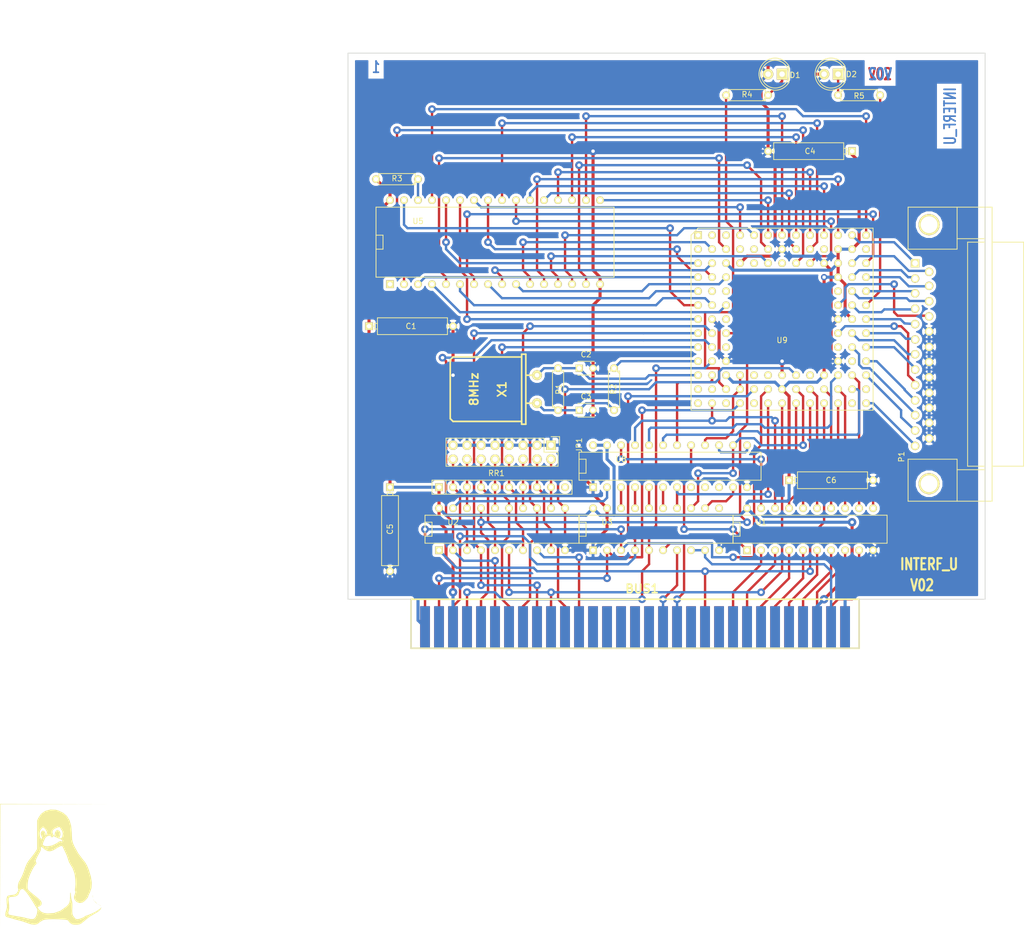
<source format=kicad_pcb>
(kicad_pcb (version 4) (host pcbnew "(2015-09-30 BZR 6230)-product")
  (title_block (title Demo) (rev 2.C) (company Kicad))
  (layers (0 Composant signal) (31 Cuivre signal) (34 B.Paste user) (35 F.Paste user) (36 B.SilkS user) (37 F.SilkS user) (38 B.Mask user) (39 F.Mask user) (44 Edge.Cuts user))
  (net 0 "")
  (net 1 /8MH-OUT)
  (net 2 /ACK)
  (net 3 /AUTOFD-)
  (net 4 /BIT0)
  (net 5 /BIT1)
  (net 6 /BIT2)
  (net 7 /BIT3)
  (net 8 /BIT4)
  (net 9 /BIT5)
  (net 10 /BIT6)
  (net 11 /BIT7)
  (net 12 /BUST+)
  (net 13 /CLKLCA)
  (net 14 /CS1-)
  (net 15 /D0)
  (net 16 /D1)
  (net 17 /D2)
  (net 18 /D3)
  (net 19 /D4)
  (net 20 /D5)
  (net 21 /D6)
  (net 22 /D7)
  (net 23 /DIR)
  (net 24 /DONE)
  (net 25 /ENBBUF)
  (net 26 /ERROR-)
  (net 27 /INIT-)
  (net 28 /LED1)
  (net 29 /LED2)
  (net 30 /MA0)
  (net 31 /MA1)
  (net 32 /MA10)
  (net 33 /MA11)
  (net 34 /MA12)
  (net 35 /MA13)
  (net 36 /MA14)
  (net 37 /MA15)
  (net 38 /MA16)
  (net 39 /MA2)
  (net 40 /MA3)
  (net 41 /MA4)
  (net 42 /MA5)
  (net 43 /MA6)
  (net 44 /MA7)
  (net 45 /MA8)
  (net 46 /MA9)
  (net 47 /MATCHL)
  (net 48 /MD0)
  (net 49 /MD1)
  (net 50 /MD2)
  (net 51 /MD3)
  (net 52 /MD4)
  (net 53 /MD5)
  (net 54 /MD6)
  (net 55 /MD7)
  (net 56 /OE-)
  (net 57 /PC-A0)
  (net 58 /PC-A1)
  (net 59 /PC-A10)
  (net 60 /PC-A11)
  (net 61 /PC-A2)
  (net 62 /PC-A3)
  (net 63 /PC-A4)
  (net 64 /PC-A5)
  (net 65 /PC-A6)
  (net 66 /PC-A7)
  (net 67 /PC-A8)
  (net 68 /PC-A9)
  (net 69 /PC-AEN)
  (net 70 /PC-DB0)
  (net 71 /PC-DB1)
  (net 72 /PC-DB2)
  (net 73 /PC-DB3)
  (net 74 /PC-DB4)
  (net 75 /PC-DB5)
  (net 76 /PC-DB6)
  (net 77 /PC-DB7)
  (net 78 /PC-IOR)
  (net 79 /PC-IOW)
  (net 80 /PC-RD)
  (net 81 /PC-RST)
  (net 82 /PC-WR)
  (net 83 /PE+)
  (net 84 /PROG-)
  (net 85 /REF10)
  (net 86 /REF11)
  (net 87 /REF4)
  (net 88 /REF5)
  (net 89 /REF6)
  (net 90 /REF7)
  (net 91 /REF8)
  (net 92 /REF9)
  (net 93 /RSTL)
  (net 94 /SEL_LPT)
  (net 95 /SLCT+)
  (net 96 /SLCTIN-)
  (net 97 /STROBE)
  (net 98 /WR-)
  (net 99 /WR_REG)
  (net 100 GND)
  (net 101 VCC)
  (net 102 "Net-(C2-Pad1)")
  (net 103 "Net-(C3-Pad1)")
  (net 104 "Net-(D1-Pad1)")
  (net 105 "Net-(D2-Pad1)")
  (net 106 "Net-(R3-Pad1)")
  (net 107 "Net-(U3-Pad15)")
  (net 108 "Net-(U3-Pad16)")
  (net 109 "Net-(U3-Pad17)")
  (net 110 "Net-(U3-Pad18)")
  (module Capacitors_ThroughHole:C_Disc_D3_P2.5 (layer Composant) (at 121.305 91.44)
    (fp_text reference C2 (at 1.25 -2.5) (layer F.SilkS))
    (fp_text value 47pF hide)
    (pad 1 thru_hole rect (at 0 0) (size 1.3 1.3) (drill 0.8) (layers *.Cu *.Mask F.SilkS) (net 102 "Net-(C2-Pad1)"))
    (pad 2 thru_hole circle (at 2.5 0) (size 1.3 1.3) (drill 0.8001) (layers *.Cu *.Mask F.SilkS) (net 100 GND))
  )
  (module "" (layer Composant) (at 25.9 181.9)
    (fp_text reference G1 hide)
    (fp_text value LOGO hide)
  )
  (module HC-18UH (layer Composant) (at 113.665 95.25 270)
    (fp_text reference X1 (at 0 6.35 270) (layer F.SilkS) (effects (font (thickness 0.3048))))
    (fp_text value 8MHz (at 0 11.43 270) (layer F.SilkS) (effects (font (thickness 0.3048))))
    (pad 1 thru_hole circle (at -2.54 0 270) (size 1.778 1.778) (drill 0.812799) (layers *.Cu *.Mask F.SilkS) (net 102 "Net-(C2-Pad1)"))
    (pad 2 thru_hole circle (at 2.54 0 270) (size 1.778 1.778) (drill 0.812799) (layers *.Cu *.Mask F.SilkS) (net 103 "Net-(C3-Pad1)"))
  )
  (module BUS_PC (layer Composant) (at 131.445 138.43)
    (fp_text reference BUS1 (at 1.27 -6.985) (layer F.SilkS) (effects (font (thickness 0.3048))))
    (fp_text value BUSPC hide)
    (pad 1 connect rect (at 38.1 0) (size 1.778 7.62) (layers Cuivre B.Mask) (net 100 GND))
    (pad 2 connect rect (at 35.56 0) (size 1.778 7.62) (layers Cuivre B.Mask) (net 81 /PC-RST))
    (pad 3 connect rect (at 33.02 0) (size 1.778 7.62) (layers Cuivre B.Mask) (net 101 VCC))
    (pad 4 connect rect (at 30.48 0) (size 1.778 7.62) (layers Cuivre B.Mask))
    (pad 5 connect rect (at 27.94 0) (size 1.778 7.62) (layers Cuivre B.Mask))
    (pad 6 connect rect (at 25.4 0) (size 1.778 7.62) (layers Cuivre B.Mask))
    (pad 7 connect rect (at 22.86 0) (size 1.778 7.62) (layers Cuivre B.Mask))
    (pad 8 connect rect (at 20.32 0) (size 1.778 7.62) (layers Cuivre B.Mask))
    (pad 9 connect rect (at 17.78 0) (size 1.778 7.62) (layers Cuivre B.Mask))
    (pad 10 connect rect (at 15.24 0) (size 1.778 7.62) (layers Cuivre B.Mask))
    (pad 11 connect rect (at 12.7 0) (size 1.778 7.62) (layers Cuivre B.Mask))
    (pad 12 connect rect (at 10.16 0) (size 1.778 7.62) (layers Cuivre B.Mask))
    (pad 13 connect rect (at 7.62 0) (size 1.778 7.62) (layers Cuivre B.Mask) (net 79 /PC-IOW))
    (pad 14 connect rect (at 5.08 0) (size 1.778 7.62) (layers Cuivre B.Mask) (net 78 /PC-IOR))
    (pad 15 connect rect (at 2.54 0) (size 1.778 7.62) (layers Cuivre B.Mask))
    (pad 16 connect rect (at 0 0) (size 1.778 7.62) (layers Cuivre B.Mask))
    (pad 17 connect rect (at -2.54 0) (size 1.778 7.62) (layers Cuivre B.Mask))
    (pad 18 connect rect (at -5.08 0) (size 1.778 7.62) (layers Cuivre B.Mask))
    (pad 19 connect rect (at -7.62 0) (size 1.778 7.62) (layers Cuivre B.Mask))
    (pad 20 connect rect (at -10.16 0) (size 1.778 7.62) (layers Cuivre B.Mask))
    (pad 21 connect rect (at -12.7 0) (size 1.778 7.62) (layers Cuivre B.Mask))
    (pad 22 connect rect (at -15.24 0) (size 1.778 7.62) (layers Cuivre B.Mask))
    (pad 23 connect rect (at -17.78 0) (size 1.778 7.62) (layers Cuivre B.Mask))
    (pad 24 connect rect (at -20.32 0) (size 1.778 7.62) (layers Cuivre B.Mask))
    (pad 25 connect rect (at -22.86 0) (size 1.778 7.62) (layers Cuivre B.Mask))
    (pad 26 connect rect (at -25.4 0) (size 1.778 7.62) (layers Cuivre B.Mask))
    (pad 27 connect rect (at -27.94 0) (size 1.778 7.62) (layers Cuivre B.Mask))
    (pad 28 connect rect (at -30.48 0) (size 1.778 7.62) (layers Cuivre B.Mask))
    (pad 29 connect rect (at -33.02 0) (size 1.778 7.62) (layers Cuivre B.Mask) (net 101 VCC))
    (pad 30 connect rect (at -35.56 0) (size 1.778 7.62) (layers Cuivre B.Mask))
    (pad 31 connect rect (at -38.1 0) (size 1.778 7.62) (layers Cuivre B.Mask) (net 100 GND))
    (pad 32 connect rect (at 38.1 0) (size 1.778 7.62) (layers Composant F.Mask))
    (pad 33 connect rect (at 35.56 0) (size 1.778 7.62) (layers Composant F.Mask) (net 77 /PC-DB7))
    (pad 34 connect rect (at 33.02 0) (size 1.778 7.62) (layers Composant F.Mask) (net 76 /PC-DB6))
    (pad 35 connect rect (at 30.48 0) (size 1.778 7.62) (layers Composant F.Mask) (net 75 /PC-DB5))
    (pad 36 connect rect (at 27.94 0) (size 1.778 7.62) (layers Composant F.Mask) (net 74 /PC-DB4))
    (pad 37 connect rect (at 25.4 0) (size 1.778 7.62) (layers Composant F.Mask) (net 73 /PC-DB3))
    (pad 38 connect rect (at 22.86 0) (size 1.778 7.62) (layers Composant F.Mask) (net 72 /PC-DB2))
    (pad 39 connect rect (at 20.32 0) (size 1.778 7.62) (layers Composant F.Mask) (net 71 /PC-DB1))
    (pad 40 connect rect (at 17.78 0) (size 1.778 7.62) (layers Composant F.Mask) (net 70 /PC-DB0))
    (pad 41 connect rect (at 15.24 0) (size 1.778 7.62) (layers Composant F.Mask))
    (pad 42 connect rect (at 12.7 0) (size 1.778 7.62) (layers Composant F.Mask) (net 69 /PC-AEN))
    (pad 43 connect rect (at 10.16 0) (size 1.778 7.62) (layers Composant F.Mask))
    (pad 44 connect rect (at 7.62 0) (size 1.778 7.62) (layers Composant F.Mask))
    (pad 45 connect rect (at 5.08 0) (size 1.778 7.62) (layers Composant F.Mask))
    (pad 46 connect rect (at 2.54 0) (size 1.778 7.62) (layers Composant F.Mask))
    (pad 47 connect rect (at 0 0) (size 1.778 7.62) (layers Composant F.Mask))
    (pad 48 connect rect (at -2.54 0) (size 1.778 7.62) (layers Composant F.Mask))
    (pad 49 connect rect (at -5.08 0) (size 1.778 7.62) (layers Composant F.Mask))
    (pad 50 connect rect (at -7.62 0) (size 1.778 7.62) (layers Composant F.Mask))
    (pad 51 connect rect (at -10.16 0) (size 1.778 7.62) (layers Composant F.Mask) (net 60 /PC-A11))
    (pad 52 connect rect (at -12.7 0) (size 1.778 7.62) (layers Composant F.Mask) (net 59 /PC-A10))
    (pad 53 connect rect (at -15.24 0) (size 1.778 7.62) (layers Composant F.Mask) (net 68 /PC-A9))
    (pad 54 connect rect (at -17.78 0) (size 1.778 7.62) (layers Composant F.Mask) (net 67 /PC-A8))
    (pad 55 connect rect (at -20.32 0) (size 1.778 7.62) (layers Composant F.Mask) (net 66 /PC-A7))
    (pad 56 connect rect (at -22.86 0) (size 1.778 7.62) (layers Composant F.Mask) (net 65 /PC-A6))
    (pad 57 connect rect (at -25.4 0) (size 1.778 7.62) (layers Composant F.Mask) (net 64 /PC-A5))
    (pad 58 connect rect (at -27.94 0) (size 1.778 7.62) (layers Composant F.Mask) (net 63 /PC-A4))
    (pad 59 connect rect (at -30.48 0) (size 1.778 7.62) (layers Composant F.Mask) (net 62 /PC-A3))
    (pad 60 connect rect (at -33.02 0) (size 1.778 7.62) (layers Composant F.Mask) (net 61 /PC-A2))
    (pad 61 connect rect (at -35.56 0) (size 1.778 7.62) (layers Composant F.Mask) (net 58 /PC-A1))
    (pad 62 connect rect (at -38.1 0) (size 1.778 7.62) (layers Composant F.Mask) (net 57 /PC-A0))
  )
  (module Sockets_DIP:DIP-32__600 (layer Composant) (at 106.045 68.58)
    (fp_text reference U5 (at -13.97 -3.81) (layer F.SilkS))
    (fp_text value 628128 hide)
    (pad 1 thru_hole rect (at -19.05 7.62) (size 1.397 1.397) (drill 0.8128) (layers *.Cu *.Mask F.SilkS))
    (pad 2 thru_hole circle (at -16.51 7.62) (size 1.397 1.397) (drill 0.8128) (layers *.Cu *.Mask F.SilkS) (net 38 /MA16))
    (pad 3 thru_hole circle (at -13.97 7.62) (size 1.397 1.397) (drill 0.8128) (layers *.Cu *.Mask F.SilkS) (net 36 /MA14))
    (pad 4 thru_hole circle (at -11.43 7.62) (size 1.397 1.397) (drill 0.8128) (layers *.Cu *.Mask F.SilkS) (net 34 /MA12))
    (pad 5 thru_hole circle (at -8.89 7.62) (size 1.397 1.397) (drill 0.8128) (layers *.Cu *.Mask F.SilkS) (net 44 /MA7))
    (pad 6 thru_hole circle (at -6.35 7.62) (size 1.397 1.397) (drill 0.8128) (layers *.Cu *.Mask F.SilkS) (net 43 /MA6))
    (pad 7 thru_hole circle (at -3.81 7.62) (size 1.397 1.397) (drill 0.8128) (layers *.Cu *.Mask F.SilkS) (net 42 /MA5))
    (pad 8 thru_hole circle (at -1.27 7.62) (size 1.397 1.397) (drill 0.8128) (layers *.Cu *.Mask F.SilkS) (net 41 /MA4))
    (pad 9 thru_hole circle (at 1.27 7.62) (size 1.397 1.397) (drill 0.8128) (layers *.Cu *.Mask F.SilkS) (net 40 /MA3))
    (pad 10 thru_hole circle (at 3.81 7.62) (size 1.397 1.397) (drill 0.8128) (layers *.Cu *.Mask F.SilkS) (net 39 /MA2))
    (pad 11 thru_hole circle (at 6.35 7.62) (size 1.397 1.397) (drill 0.8128) (layers *.Cu *.Mask F.SilkS) (net 31 /MA1))
    (pad 12 thru_hole circle (at 8.89 7.62) (size 1.397 1.397) (drill 0.8128) (layers *.Cu *.Mask F.SilkS) (net 30 /MA0))
    (pad 13 thru_hole circle (at 11.43 7.62) (size 1.397 1.397) (drill 0.8128) (layers *.Cu *.Mask F.SilkS) (net 48 /MD0))
    (pad 14 thru_hole circle (at 13.97 7.62) (size 1.397 1.397) (drill 0.8128) (layers *.Cu *.Mask F.SilkS) (net 49 /MD1))
    (pad 15 thru_hole circle (at 16.51 7.62) (size 1.397 1.397) (drill 0.8128) (layers *.Cu *.Mask F.SilkS) (net 50 /MD2))
    (pad 16 thru_hole circle (at 19.05 7.62) (size 1.397 1.397) (drill 0.8128) (layers *.Cu *.Mask F.SilkS) (net 100 GND))
    (pad 17 thru_hole circle (at 19.05 -7.62) (size 1.397 1.397) (drill 0.8128) (layers *.Cu *.Mask F.SilkS) (net 51 /MD3))
    (pad 18 thru_hole circle (at 16.51 -7.62) (size 1.397 1.397) (drill 0.8128) (layers *.Cu *.Mask F.SilkS) (net 52 /MD4))
    (pad 19 thru_hole circle (at 13.97 -7.62) (size 1.397 1.397) (drill 0.8128) (layers *.Cu *.Mask F.SilkS) (net 53 /MD5))
    (pad 20 thru_hole circle (at 11.43 -7.62) (size 1.397 1.397) (drill 0.8128) (layers *.Cu *.Mask F.SilkS) (net 54 /MD6))
    (pad 21 thru_hole circle (at 8.89 -7.62) (size 1.397 1.397) (drill 0.8128) (layers *.Cu *.Mask F.SilkS) (net 55 /MD7))
    (pad 22 thru_hole circle (at 6.35 -7.62) (size 1.397 1.397) (drill 0.8128) (layers *.Cu *.Mask F.SilkS) (net 14 /CS1-))
    (pad 23 thru_hole circle (at 3.81 -7.62) (size 1.397 1.397) (drill 0.8128) (layers *.Cu *.Mask F.SilkS) (net 32 /MA10))
    (pad 24 thru_hole circle (at 1.27 -7.62) (size 1.397 1.397) (drill 0.8128) (layers *.Cu *.Mask F.SilkS) (net 56 /OE-))
    (pad 25 thru_hole circle (at -1.27 -7.62) (size 1.397 1.397) (drill 0.8128) (layers *.Cu *.Mask F.SilkS) (net 33 /MA11))
    (pad 26 thru_hole circle (at -3.81 -7.62) (size 1.397 1.397) (drill 0.8128) (layers *.Cu *.Mask F.SilkS) (net 46 /MA9))
    (pad 27 thru_hole circle (at -6.35 -7.62) (size 1.397 1.397) (drill 0.8128) (layers *.Cu *.Mask F.SilkS) (net 45 /MA8))
    (pad 28 thru_hole circle (at -8.89 -7.62) (size 1.397 1.397) (drill 0.8128) (layers *.Cu *.Mask F.SilkS) (net 35 /MA13))
    (pad 29 thru_hole circle (at -11.43 -7.62) (size 1.397 1.397) (drill 0.8128) (layers *.Cu *.Mask F.SilkS) (net 98 /WR-))
    (pad 30 thru_hole circle (at -13.97 -7.62) (size 1.397 1.397) (drill 0.8128) (layers *.Cu *.Mask F.SilkS) (net 106 "Net-(R3-Pad1)"))
    (pad 31 thru_hole circle (at -16.51 -7.62) (size 1.397 1.397) (drill 0.8128) (layers *.Cu *.Mask F.SilkS) (net 37 /MA15))
    (pad 32 thru_hole circle (at -19.05 -7.62) (size 1.397 1.397) (drill 0.8128) (layers *.Cu *.Mask F.SilkS) (net 101 VCC))
  )
  (module Connect:DB25FC (layer Composant) (at 183.515 88.9 270)
    (fp_text reference P1 (at 18.61 3.745 270) (layer F.SilkS))
    (fp_text value DB25FEMELLE hide)
    (pad "" thru_hole circle (at 23.495 -1.27 270) (size 3.81 3.81) (drill 3.048) (layers *.Cu *.Mask F.SilkS))
    (pad "" thru_hole circle (at -23.495 -1.27 270) (size 3.81 3.81) (drill 3.048) (layers *.Cu *.Mask F.SilkS))
    (pad 1 thru_hole rect (at -16.51 1.27 270) (size 1.524 1.524) (drill 1.016) (layers *.Cu *.Mask F.SilkS) (net 97 /STROBE))
    (pad 2 thru_hole circle (at -13.716 1.27 270) (size 1.524 1.524) (drill 1.016) (layers *.Cu *.Mask F.SilkS) (net 4 /BIT0))
    (pad 3 thru_hole circle (at -11.049 1.27 270) (size 1.524 1.524) (drill 1.016) (layers *.Cu *.Mask F.SilkS) (net 5 /BIT1))
    (pad 4 thru_hole circle (at -8.255 1.27 270) (size 1.524 1.524) (drill 1.016) (layers *.Cu *.Mask F.SilkS) (net 6 /BIT2))
    (pad 5 thru_hole circle (at -5.461 1.27 270) (size 1.524 1.524) (drill 1.016) (layers *.Cu *.Mask F.SilkS) (net 7 /BIT3))
    (pad 6 thru_hole circle (at -2.667 1.27 270) (size 1.524 1.524) (drill 1.016) (layers *.Cu *.Mask F.SilkS) (net 8 /BIT4))
    (pad 7 thru_hole circle (at 0 1.27 270) (size 1.524 1.524) (drill 1.016) (layers *.Cu *.Mask F.SilkS) (net 9 /BIT5))
    (pad 8 thru_hole circle (at 2.794 1.27 270) (size 1.524 1.524) (drill 1.016) (layers *.Cu *.Mask F.SilkS) (net 10 /BIT6))
    (pad 9 thru_hole circle (at 5.588 1.27 270) (size 1.524 1.524) (drill 1.016) (layers *.Cu *.Mask F.SilkS) (net 11 /BIT7))
    (pad 10 thru_hole circle (at 8.382 1.27 270) (size 1.524 1.524) (drill 1.016) (layers *.Cu *.Mask F.SilkS) (net 2 /ACK))
    (pad 11 thru_hole circle (at 11.049 1.27 270) (size 1.524 1.524) (drill 1.016) (layers *.Cu *.Mask F.SilkS) (net 12 /BUST+))
    (pad 12 thru_hole circle (at 13.843 1.27 270) (size 1.524 1.524) (drill 1.016) (layers *.Cu *.Mask F.SilkS) (net 83 /PE+))
    (pad 13 thru_hole circle (at 16.637 1.27 270) (size 1.524 1.524) (drill 1.016) (layers *.Cu *.Mask F.SilkS) (net 95 /SLCT+))
    (pad 14 thru_hole circle (at -14.9352 -1.27 270) (size 1.524 1.524) (drill 1.016) (layers *.Cu *.Mask F.SilkS) (net 3 /AUTOFD-))
    (pad 15 thru_hole circle (at -12.3952 -1.27 270) (size 1.524 1.524) (drill 1.016) (layers *.Cu *.Mask F.SilkS) (net 26 /ERROR-))
    (pad 16 thru_hole circle (at -9.6012 -1.27 270) (size 1.524 1.524) (drill 1.016) (layers *.Cu *.Mask F.SilkS) (net 27 /INIT-))
    (pad 17 thru_hole circle (at -6.858 -1.27 270) (size 1.524 1.524) (drill 1.016) (layers *.Cu *.Mask F.SilkS) (net 96 /SLCTIN-))
    (pad 18 thru_hole circle (at -4.1148 -1.27 270) (size 1.524 1.524) (drill 1.016) (layers *.Cu *.Mask F.SilkS) (net 100 GND))
    (pad 19 thru_hole circle (at -1.3208 -1.27 270) (size 1.524 1.524) (drill 1.016) (layers *.Cu *.Mask F.SilkS) (net 100 GND))
    (pad 20 thru_hole circle (at 1.4224 -1.27 270) (size 1.524 1.524) (drill 1.016) (layers *.Cu *.Mask F.SilkS) (net 100 GND))
    (pad 21 thru_hole circle (at 4.1656 -1.27 270) (size 1.524 1.524) (drill 1.016) (layers *.Cu *.Mask F.SilkS) (net 100 GND))
    (pad 22 thru_hole circle (at 7.0104 -1.27 270) (size 1.524 1.524) (drill 1.016) (layers *.Cu *.Mask F.SilkS) (net 100 GND))
    (pad 23 thru_hole circle (at 9.7028 -1.27 270) (size 1.524 1.524) (drill 1.016) (layers *.Cu *.Mask F.SilkS) (net 100 GND))
    (pad 24 thru_hole circle (at 12.446 -1.27 270) (size 1.524 1.524) (drill 1.016) (layers *.Cu *.Mask F.SilkS) (net 100 GND))
    (pad 25 thru_hole circle (at 15.24 -1.27 270) (size 1.524 1.524) (drill 1.016) (layers *.Cu *.Mask F.SilkS) (net 100 GND))
  )
  (module Sockets:PGA120 (layer Composant) (at 158.115 82.55 180)
    (fp_text reference U9 (at 0 -3.81 180) (layer F.SilkS))
    (fp_text value 4003APG120 hide)
    (pad N1 thru_hole circle (at 15.24 -15.24 180) (size 1.397 1.397) (drill 0.7874) (layers *.Cu *.Mask F.SilkS))
    (pad N2 thru_hole circle (at 12.7 -15.24 180) (size 1.397 1.397) (drill 0.7874) (layers *.Cu *.Mask F.SilkS) (net 15 /D0))
    (pad N3 thru_hole circle (at 10.16 -15.24 180) (size 1.397 1.397) (drill 0.7874) (layers *.Cu *.Mask F.SilkS))
    (pad M1 thru_hole circle (at 15.24 -12.7 180) (size 1.397 1.397) (drill 0.7874) (layers *.Cu *.Mask F.SilkS))
    (pad M2 thru_hole circle (at 12.7 -12.7 180) (size 1.397 1.397) (drill 0.7874) (layers *.Cu *.Mask F.SilkS))
    (pad M3 thru_hole circle (at 10.16 -12.7 180) (size 1.397 1.397) (drill 0.7874) (layers *.Cu *.Mask F.SilkS) (net 28 /LED1))
    (pad L1 thru_hole circle (at 15.24 -10.16 180) (size 1.397 1.397) (drill 0.7874) (layers *.Cu *.Mask F.SilkS) (net 102 "Net-(C2-Pad1)"))
    (pad L2 thru_hole circle (at 12.7 -10.16 180) (size 1.397 1.397) (drill 0.7874) (layers *.Cu *.Mask F.SilkS) (net 94 /SEL_LPT))
    (pad L3 thru_hole circle (at 10.16 -10.16 180) (size 1.397 1.397) (drill 0.7874) (layers *.Cu *.Mask F.SilkS) (net 101 VCC))
    (pad K1 thru_hole circle (at 15.24 -7.62 180) (size 1.397 1.397) (drill 0.7874) (layers *.Cu *.Mask F.SilkS) (net 1 /8MH-OUT))
    (pad K2 thru_hole circle (at 12.7 -7.62 180) (size 1.397 1.397) (drill 0.7874) (layers *.Cu *.Mask F.SilkS) (net 62 /PC-A3))
    (pad K3 thru_hole circle (at 10.16 -7.62 180) (size 1.397 1.397) (drill 0.7874) (layers *.Cu *.Mask F.SilkS) (net 100 GND))
    (pad J1 thru_hole circle (at 15.24 -5.08 180) (size 1.397 1.397) (drill 0.7874) (layers *.Cu *.Mask F.SilkS) (net 65 /PC-A6))
    (pad J2 thru_hole circle (at 12.7 -5.08 180) (size 1.397 1.397) (drill 0.7874) (layers *.Cu *.Mask F.SilkS) (net 64 /PC-A5))
    (pad J3 thru_hole circle (at 10.16 -5.08 180) (size 1.397 1.397) (drill 0.7874) (layers *.Cu *.Mask F.SilkS))
    (pad H1 thru_hole circle (at 15.24 -2.54 180) (size 1.397 1.397) (drill 0.7874) (layers *.Cu *.Mask F.SilkS) (net 67 /PC-A8))
    (pad H2 thru_hole circle (at 12.7 -2.54 180) (size 1.397 1.397) (drill 0.7874) (layers *.Cu *.Mask F.SilkS) (net 66 /PC-A7))
    (pad H3 thru_hole circle (at 10.16 -2.54 180) (size 1.397 1.397) (drill 0.7874) (layers *.Cu *.Mask F.SilkS) (net 63 /PC-A4))
    (pad G1 thru_hole circle (at 15.24 0 180) (size 1.397 1.397) (drill 0.7874) (layers *.Cu *.Mask F.SilkS) (net 45 /MA8))
    (pad G2 thru_hole circle (at 12.7 0 180) (size 1.397 1.397) (drill 0.7874) (layers *.Cu *.Mask F.SilkS) (net 100 GND))
    (pad G3 thru_hole circle (at 10.16 0 180) (size 1.397 1.397) (drill 0.7874) (layers *.Cu *.Mask F.SilkS))
    (pad F1 thru_hole circle (at 15.24 2.54 180) (size 1.397 1.397) (drill 0.7874) (layers *.Cu *.Mask F.SilkS) (net 37 /MA15))
    (pad F2 thru_hole circle (at 12.7 2.54 180) (size 1.397 1.397) (drill 0.7874) (layers *.Cu *.Mask F.SilkS) (net 43 /MA6))
    (pad F3 thru_hole circle (at 10.16 2.54 180) (size 1.397 1.397) (drill 0.7874) (layers *.Cu *.Mask F.SilkS) (net 34 /MA12))
    (pad E1 thru_hole circle (at 15.24 5.08 180) (size 1.397 1.397) (drill 0.7874) (layers *.Cu *.Mask F.SilkS) (net 41 /MA4))
    (pad E2 thru_hole circle (at 12.7 5.08 180) (size 1.397 1.397) (drill 0.7874) (layers *.Cu *.Mask F.SilkS))
    (pad E3 thru_hole circle (at 10.16 5.08 180) (size 1.397 1.397) (drill 0.7874) (layers *.Cu *.Mask F.SilkS))
    (pad D1 thru_hole circle (at 15.24 7.62 180) (size 1.397 1.397) (drill 0.7874) (layers *.Cu *.Mask F.SilkS) (net 36 /MA14))
    (pad D2 thru_hole circle (at 12.7 7.62 180) (size 1.397 1.397) (drill 0.7874) (layers *.Cu *.Mask F.SilkS) (net 33 /MA11))
    (pad D3 thru_hole circle (at 10.16 7.62 180) (size 1.397 1.397) (drill 0.7874) (layers *.Cu *.Mask F.SilkS) (net 39 /MA2))
    (pad C1 thru_hole circle (at 15.24 10.16 180) (size 1.397 1.397) (drill 0.7874) (layers *.Cu *.Mask F.SilkS) (net 35 /MA13))
    (pad C2 thru_hole circle (at 12.7 10.16 180) (size 1.397 1.397) (drill 0.7874) (layers *.Cu *.Mask F.SilkS) (net 40 /MA3))
    (pad C3 thru_hole circle (at 10.16 10.16 180) (size 1.397 1.397) (drill 0.7874) (layers *.Cu *.Mask F.SilkS) (net 101 VCC))
    (pad C4 thru_hole circle (at 7.62 10.16 180) (size 1.397 1.397) (drill 0.7874) (layers *.Cu *.Mask F.SilkS) (net 100 GND))
    (pad C5 thru_hole circle (at 5.08 10.16 180) (size 1.397 1.397) (drill 0.7874) (layers *.Cu *.Mask F.SilkS))
    (pad C6 thru_hole circle (at 2.54 10.16 180) (size 1.397 1.397) (drill 0.7874) (layers *.Cu *.Mask F.SilkS) (net 48 /MD0))
    (pad C7 thru_hole circle (at 0 10.16 180) (size 1.397 1.397) (drill 0.7874) (layers *.Cu *.Mask F.SilkS))
    (pad C8 thru_hole circle (at -2.54 10.16 180) (size 1.397 1.397) (drill 0.7874) (layers *.Cu *.Mask F.SilkS) (net 38 /MA16))
    (pad C9 thru_hole circle (at -5.08 10.16 180) (size 1.397 1.397) (drill 0.7874) (layers *.Cu *.Mask F.SilkS) (net 32 /MA10))
    (pad C10 thru_hole circle (at -7.62 10.16 180) (size 1.397 1.397) (drill 0.7874) (layers *.Cu *.Mask F.SilkS) (net 100 GND))
    (pad C11 thru_hole circle (at -10.16 10.16 180) (size 1.397 1.397) (drill 0.7874) (layers *.Cu *.Mask F.SilkS) (net 101 VCC))
    (pad C12 thru_hole circle (at -12.7 10.16 180) (size 1.397 1.397) (drill 0.7874) (layers *.Cu *.Mask F.SilkS) (net 3 /AUTOFD-))
    (pad C13 thru_hole circle (at -15.24 10.16 180) (size 1.397 1.397) (drill 0.7874) (layers *.Cu *.Mask F.SilkS) (net 42 /MA5))
    (pad B1 thru_hole circle (at 15.24 12.7 180) (size 1.397 1.397) (drill 0.7874) (layers *.Cu *.Mask F.SilkS))
    (pad B2 thru_hole circle (at 12.7 12.7 180) (size 1.397 1.397) (drill 0.7874) (layers *.Cu *.Mask F.SilkS) (net 31 /MA1))
    (pad B3 thru_hole circle (at 10.16 12.7 180) (size 1.397 1.397) (drill 0.7874) (layers *.Cu *.Mask F.SilkS) (net 44 /MA7))
    (pad B4 thru_hole circle (at 7.62 12.7 180) (size 1.397 1.397) (drill 0.7874) (layers *.Cu *.Mask F.SilkS))
    (pad B5 thru_hole circle (at 5.08 12.7 180) (size 1.397 1.397) (drill 0.7874) (layers *.Cu *.Mask F.SilkS))
    (pad B6 thru_hole circle (at 2.54 12.7 180) (size 1.397 1.397) (drill 0.7874) (layers *.Cu *.Mask F.SilkS) (net 50 /MD2))
    (pad B7 thru_hole circle (at 0 12.7 180) (size 1.397 1.397) (drill 0.7874) (layers *.Cu *.Mask F.SilkS) (net 100 GND))
    (pad B8 thru_hole circle (at -2.54 12.7 180) (size 1.397 1.397) (drill 0.7874) (layers *.Cu *.Mask F.SilkS) (net 55 /MD7))
    (pad B9 thru_hole circle (at -5.08 12.7 180) (size 1.397 1.397) (drill 0.7874) (layers *.Cu *.Mask F.SilkS) (net 56 /OE-))
    (pad B10 thru_hole circle (at -7.62 12.7 180) (size 1.397 1.397) (drill 0.7874) (layers *.Cu *.Mask F.SilkS))
    (pad B11 thru_hole circle (at -10.16 12.7 180) (size 1.397 1.397) (drill 0.7874) (layers *.Cu *.Mask F.SilkS) (net 101 VCC))
    (pad B12 thru_hole circle (at -12.7 12.7 180) (size 1.397 1.397) (drill 0.7874) (layers *.Cu *.Mask F.SilkS) (net 101 VCC))
    (pad B13 thru_hole circle (at -15.24 12.7 180) (size 1.397 1.397) (drill 0.7874) (layers *.Cu *.Mask F.SilkS))
    (pad A1 thru_hole rect (at 15.24 15.24 180) (size 1.397 1.397) (drill 0.7874) (layers *.Cu *.Mask F.SilkS))
    (pad A2 thru_hole circle (at 12.7 15.24 180) (size 1.397 1.397) (drill 0.7874) (layers *.Cu *.Mask F.SilkS))
    (pad A3 thru_hole circle (at 10.16 15.24 180) (size 1.397 1.397) (drill 0.7874) (layers *.Cu *.Mask F.SilkS))
    (pad A4 thru_hole circle (at 7.62 15.24 180) (size 1.397 1.397) (drill 0.7874) (layers *.Cu *.Mask F.SilkS) (net 46 /MA9))
    (pad A5 thru_hole circle (at 5.08 15.24 180) (size 1.397 1.397) (drill 0.7874) (layers *.Cu *.Mask F.SilkS) (net 49 /MD1))
    (pad A6 thru_hole circle (at 2.54 15.24 180) (size 1.397 1.397) (drill 0.7874) (layers *.Cu *.Mask F.SilkS) (net 51 /MD3))
    (pad A7 thru_hole circle (at 0 15.24 180) (size 1.397 1.397) (drill 0.7874) (layers *.Cu *.Mask F.SilkS) (net 52 /MD4))
    (pad A8 thru_hole circle (at -2.54 15.24 180) (size 1.397 1.397) (drill 0.7874) (layers *.Cu *.Mask F.SilkS) (net 53 /MD5))
    (pad A9 thru_hole circle (at -5.08 15.24 180) (size 1.397 1.397) (drill 0.7874) (layers *.Cu *.Mask F.SilkS) (net 54 /MD6))
    (pad A10 thru_hole circle (at -7.62 15.24 180) (size 1.397 1.397) (drill 0.7874) (layers *.Cu *.Mask F.SilkS) (net 14 /CS1-))
    (pad A11 thru_hole circle (at -10.16 15.24 180) (size 1.397 1.397) (drill 0.7874) (layers *.Cu *.Mask F.SilkS) (net 30 /MA0))
    (pad A12 thru_hole circle (at -12.7 15.24 180) (size 1.397 1.397) (drill 0.7874) (layers *.Cu *.Mask F.SilkS) (net 97 /STROBE))
    (pad A13 thru_hole circle (at -15.24 15.24 180) (size 1.397 1.397) (drill 0.7874) (layers *.Cu *.Mask F.SilkS) (net 98 /WR-))
    (pad N4 thru_hole circle (at 7.62 -15.24 180) (size 1.397 1.397) (drill 0.7874) (layers *.Cu *.Mask F.SilkS) (net 58 /PC-A1))
    (pad N5 thru_hole circle (at 5.08 -15.24 180) (size 1.397 1.397) (drill 0.7874) (layers *.Cu *.Mask F.SilkS))
    (pad N6 thru_hole circle (at 2.54 -15.24 180) (size 1.397 1.397) (drill 0.7874) (layers *.Cu *.Mask F.SilkS) (net 82 /PC-WR))
    (pad N7 thru_hole circle (at 0 -15.24 180) (size 1.397 1.397) (drill 0.7874) (layers *.Cu *.Mask F.SilkS) (net 68 /PC-A9))
    (pad N8 thru_hole circle (at -2.54 -15.24 180) (size 1.397 1.397) (drill 0.7874) (layers *.Cu *.Mask F.SilkS) (net 16 /D1))
    (pad N9 thru_hole circle (at -5.08 -15.24 180) (size 1.397 1.397) (drill 0.7874) (layers *.Cu *.Mask F.SilkS) (net 17 /D2))
    (pad N10 thru_hole circle (at -7.62 -15.24 180) (size 1.397 1.397) (drill 0.7874) (layers *.Cu *.Mask F.SilkS) (net 69 /PC-AEN))
    (pad N11 thru_hole circle (at -10.16 -15.24 180) (size 1.397 1.397) (drill 0.7874) (layers *.Cu *.Mask F.SilkS) (net 20 /D5))
    (pad N12 thru_hole circle (at -12.7 -15.24 180) (size 1.397 1.397) (drill 0.7874) (layers *.Cu *.Mask F.SilkS))
    (pad N13 thru_hole circle (at -15.24 -15.24 180) (size 1.397 1.397) (drill 0.7874) (layers *.Cu *.Mask F.SilkS) (net 95 /SLCT+))
    (pad M4 thru_hole circle (at 7.62 -12.7 180) (size 1.397 1.397) (drill 0.7874) (layers *.Cu *.Mask F.SilkS) (net 13 /CLKLCA))
    (pad M5 thru_hole circle (at 5.08 -12.7 180) (size 1.397 1.397) (drill 0.7874) (layers *.Cu *.Mask F.SilkS) (net 61 /PC-A2))
    (pad M6 thru_hole circle (at 2.54 -12.7 180) (size 1.397 1.397) (drill 0.7874) (layers *.Cu *.Mask F.SilkS) (net 57 /PC-A0))
    (pad M7 thru_hole circle (at 0 -12.7 180) (size 1.397 1.397) (drill 0.7874) (layers *.Cu *.Mask F.SilkS) (net 101 VCC))
    (pad M8 thru_hole circle (at -2.54 -12.7 180) (size 1.397 1.397) (drill 0.7874) (layers *.Cu *.Mask F.SilkS) (net 80 /PC-RD))
    (pad M9 thru_hole circle (at -5.08 -12.7 180) (size 1.397 1.397) (drill 0.7874) (layers *.Cu *.Mask F.SilkS) (net 18 /D3))
    (pad M10 thru_hole circle (at -7.62 -12.7 180) (size 1.397 1.397) (drill 0.7874) (layers *.Cu *.Mask F.SilkS) (net 19 /D4))
    (pad M11 thru_hole circle (at -10.16 -12.7 180) (size 1.397 1.397) (drill 0.7874) (layers *.Cu *.Mask F.SilkS) (net 21 /D6))
    (pad M12 thru_hole circle (at -12.7 -12.7 180) (size 1.397 1.397) (drill 0.7874) (layers *.Cu *.Mask F.SilkS) (net 84 /PROG-))
    (pad M13 thru_hole circle (at -15.24 -12.7 180) (size 1.397 1.397) (drill 0.7874) (layers *.Cu *.Mask F.SilkS))
    (pad L4 thru_hole circle (at 7.62 -10.16 180) (size 1.397 1.397) (drill 0.7874) (layers *.Cu *.Mask F.SilkS) (net 13 /CLKLCA))
    (pad L5 thru_hole circle (at 5.08 -10.16 180) (size 1.397 1.397) (drill 0.7874) (layers *.Cu *.Mask F.SilkS))
    (pad L6 thru_hole circle (at 2.54 -10.16 180) (size 1.397 1.397) (drill 0.7874) (layers *.Cu *.Mask F.SilkS))
    (pad L7 thru_hole circle (at 0 -10.16 180) (size 1.397 1.397) (drill 0.7874) (layers *.Cu *.Mask F.SilkS) (net 100 GND))
    (pad L8 thru_hole circle (at -2.54 -10.16 180) (size 1.397 1.397) (drill 0.7874) (layers *.Cu *.Mask F.SilkS) (net 59 /PC-A10))
    (pad L9 thru_hole circle (at -5.08 -10.16 180) (size 1.397 1.397) (drill 0.7874) (layers *.Cu *.Mask F.SilkS))
    (pad L10 thru_hole circle (at -7.62 -10.16 180) (size 1.397 1.397) (drill 0.7874) (layers *.Cu *.Mask F.SilkS) (net 101 VCC))
    (pad L11 thru_hole circle (at -10.16 -10.16 180) (size 1.397 1.397) (drill 0.7874) (layers *.Cu *.Mask F.SilkS) (net 24 /DONE))
    (pad L12 thru_hole circle (at -12.7 -10.16 180) (size 1.397 1.397) (drill 0.7874) (layers *.Cu *.Mask F.SilkS) (net 22 /D7))
    (pad L13 thru_hole circle (at -15.24 -10.16 180) (size 1.397 1.397) (drill 0.7874) (layers *.Cu *.Mask F.SilkS) (net 83 /PE+))
    (pad K11 thru_hole circle (at -10.16 -7.62 180) (size 1.397 1.397) (drill 0.7874) (layers *.Cu *.Mask F.SilkS) (net 100 GND))
    (pad K12 thru_hole circle (at -12.7 -7.62 180) (size 1.397 1.397) (drill 0.7874) (layers *.Cu *.Mask F.SilkS))
    (pad K13 thru_hole circle (at -15.24 -7.62 180) (size 1.397 1.397) (drill 0.7874) (layers *.Cu *.Mask F.SilkS) (net 2 /ACK))
    (pad J11 thru_hole circle (at -10.16 -5.08 180) (size 1.397 1.397) (drill 0.7874) (layers *.Cu *.Mask F.SilkS))
    (pad J12 thru_hole circle (at -12.7 -5.08 180) (size 1.397 1.397) (drill 0.7874) (layers *.Cu *.Mask F.SilkS) (net 12 /BUST+))
    (pad J13 thru_hole circle (at -15.24 -5.08 180) (size 1.397 1.397) (drill 0.7874) (layers *.Cu *.Mask F.SilkS) (net 10 /BIT6))
    (pad H11 thru_hole circle (at -10.16 -2.54 180) (size 1.397 1.397) (drill 0.7874) (layers *.Cu *.Mask F.SilkS) (net 11 /BIT7))
    (pad H12 thru_hole circle (at -12.7 -2.54 180) (size 1.397 1.397) (drill 0.7874) (layers *.Cu *.Mask F.SilkS) (net 9 /BIT5))
    (pad H13 thru_hole circle (at -15.24 -2.54 180) (size 1.397 1.397) (drill 0.7874) (layers *.Cu *.Mask F.SilkS) (net 8 /BIT4))
    (pad G11 thru_hole circle (at -10.16 0 180) (size 1.397 1.397) (drill 0.7874) (layers *.Cu *.Mask F.SilkS) (net 100 GND))
    (pad G12 thru_hole circle (at -12.7 0 180) (size 1.397 1.397) (drill 0.7874) (layers *.Cu *.Mask F.SilkS) (net 101 VCC))
    (pad G13 thru_hole circle (at -15.24 0 180) (size 1.397 1.397) (drill 0.7874) (layers *.Cu *.Mask F.SilkS) (net 7 /BIT3))
    (pad F11 thru_hole circle (at -10.16 2.54 180) (size 1.397 1.397) (drill 0.7874) (layers *.Cu *.Mask F.SilkS) (net 96 /SLCTIN-))
    (pad F12 thru_hole circle (at -12.7 2.54 180) (size 1.397 1.397) (drill 0.7874) (layers *.Cu *.Mask F.SilkS) (net 6 /BIT2))
    (pad F13 thru_hole circle (at -15.24 2.54 180) (size 1.397 1.397) (drill 0.7874) (layers *.Cu *.Mask F.SilkS) (net 29 /LED2))
    (pad E11 thru_hole circle (at -10.16 5.08 180) (size 1.397 1.397) (drill 0.7874) (layers *.Cu *.Mask F.SilkS))
    (pad E12 thru_hole circle (at -12.7 5.08 180) (size 1.397 1.397) (drill 0.7874) (layers *.Cu *.Mask F.SilkS) (net 27 /INIT-))
    (pad E13 thru_hole circle (at -15.24 5.08 180) (size 1.397 1.397) (drill 0.7874) (layers *.Cu *.Mask F.SilkS) (net 5 /BIT1))
    (pad D11 thru_hole circle (at -10.16 7.62 180) (size 1.397 1.397) (drill 0.7874) (layers *.Cu *.Mask F.SilkS) (net 101 VCC))
    (pad D12 thru_hole circle (at -12.7 7.62 180) (size 1.397 1.397) (drill 0.7874) (layers *.Cu *.Mask F.SilkS) (net 4 /BIT0))
    (pad D13 thru_hole circle (at -15.24 7.62 180) (size 1.397 1.397) (drill 0.7874) (layers *.Cu *.Mask F.SilkS) (net 26 /ERROR-))
  )
  (module Sockets_DIP:DIP-24__300 (layer Composant) (at 137.795 109.22)
    (fp_text reference U8 (at -8.89 -1.27) (layer F.SilkS))
    (fp_text value EP600 hide)
    (pad 1 thru_hole rect (at -13.97 3.81) (size 1.397 1.397) (drill 0.8128) (layers *.Cu *.Mask F.SilkS) (net 100 GND))
    (pad 2 thru_hole circle (at -11.43 3.81) (size 1.397 1.397) (drill 0.8128) (layers *.Cu *.Mask F.SilkS) (net 47 /MATCHL))
    (pad 3 thru_hole circle (at -8.89 3.81) (size 1.397 1.397) (drill 0.8128) (layers *.Cu *.Mask F.SilkS) (net 110 "Net-(U3-Pad18)"))
    (pad 4 thru_hole circle (at -6.35 3.81) (size 1.397 1.397) (drill 0.8128) (layers *.Cu *.Mask F.SilkS) (net 109 "Net-(U3-Pad17)"))
    (pad 5 thru_hole circle (at -3.81 3.81) (size 1.397 1.397) (drill 0.8128) (layers *.Cu *.Mask F.SilkS) (net 108 "Net-(U3-Pad16)"))
    (pad 6 thru_hole circle (at -1.27 3.81) (size 1.397 1.397) (drill 0.8128) (layers *.Cu *.Mask F.SilkS) (net 107 "Net-(U3-Pad15)"))
    (pad 7 thru_hole circle (at 1.27 3.81) (size 1.397 1.397) (drill 0.8128) (layers *.Cu *.Mask F.SilkS) (net 82 /PC-WR))
    (pad 8 thru_hole circle (at 3.81 3.81) (size 1.397 1.397) (drill 0.8128) (layers *.Cu *.Mask F.SilkS))
    (pad 9 thru_hole circle (at 6.35 3.81) (size 1.397 1.397) (drill 0.8128) (layers *.Cu *.Mask F.SilkS))
    (pad 10 thru_hole circle (at 8.89 3.81) (size 1.397 1.397) (drill 0.8128) (layers *.Cu *.Mask F.SilkS))
    (pad 11 thru_hole circle (at 11.43 3.81) (size 1.397 1.397) (drill 0.8128) (layers *.Cu *.Mask F.SilkS) (net 93 /RSTL))
    (pad 12 thru_hole circle (at 13.97 3.81) (size 1.397 1.397) (drill 0.8128) (layers *.Cu *.Mask F.SilkS) (net 100 GND))
    (pad 13 thru_hole circle (at 13.97 -3.81) (size 1.397 1.397) (drill 0.8128) (layers *.Cu *.Mask F.SilkS) (net 99 /WR_REG))
    (pad 14 thru_hole circle (at 11.43 -3.81) (size 1.397 1.397) (drill 0.8128) (layers *.Cu *.Mask F.SilkS) (net 80 /PC-RD))
    (pad 15 thru_hole circle (at 8.89 -3.81) (size 1.397 1.397) (drill 0.8128) (layers *.Cu *.Mask F.SilkS) (net 99 /WR_REG))
    (pad 16 thru_hole circle (at 6.35 -3.81) (size 1.397 1.397) (drill 0.8128) (layers *.Cu *.Mask F.SilkS) (net 13 /CLKLCA))
    (pad 17 thru_hole circle (at 3.81 -3.81) (size 1.397 1.397) (drill 0.8128) (layers *.Cu *.Mask F.SilkS) (net 23 /DIR))
    (pad 18 thru_hole circle (at 1.27 -3.81) (size 1.397 1.397) (drill 0.8128) (layers *.Cu *.Mask F.SilkS) (net 94 /SEL_LPT))
    (pad 19 thru_hole circle (at -1.27 -3.81) (size 1.397 1.397) (drill 0.8128) (layers *.Cu *.Mask F.SilkS) (net 84 /PROG-))
    (pad 20 thru_hole circle (at -3.81 -3.81) (size 1.397 1.397) (drill 0.8128) (layers *.Cu *.Mask F.SilkS) (net 24 /DONE))
    (pad 21 thru_hole circle (at -6.35 -3.81) (size 1.397 1.397) (drill 0.8128) (layers *.Cu *.Mask F.SilkS) (net 15 /D0))
    (pad 22 thru_hole circle (at -8.89 -3.81) (size 1.397 1.397) (drill 0.8128) (layers *.Cu *.Mask F.SilkS) (net 25 /ENBBUF))
    (pad 23 thru_hole circle (at -11.43 -3.81) (size 1.397 1.397) (drill 0.8128) (layers *.Cu *.Mask F.SilkS) (net 101 VCC))
    (pad 24 thru_hole circle (at -13.97 -3.81) (size 1.397 1.397) (drill 0.8128) (layers *.Cu *.Mask F.SilkS) (net 101 VCC))
  )
  (module Sockets_DIP:DIP-20__300 (layer Composant) (at 135.255 120.65)
    (fp_text reference U3 (at -8.89 -1.27) (layer F.SilkS))
    (fp_text value 74LS541 hide)
    (pad 1 thru_hole rect (at -11.43 3.81) (size 1.397 1.397) (drill 0.8128) (layers *.Cu *.Mask F.SilkS) (net 100 GND))
    (pad 2 thru_hole circle (at -8.89 3.81) (size 1.397 1.397) (drill 0.8128) (layers *.Cu *.Mask F.SilkS) (net 58 /PC-A1))
    (pad 3 thru_hole circle (at -6.35 3.81) (size 1.397 1.397) (drill 0.8128) (layers *.Cu *.Mask F.SilkS) (net 57 /PC-A0))
    (pad 4 thru_hole circle (at -3.81 3.81) (size 1.397 1.397) (drill 0.8128) (layers *.Cu *.Mask F.SilkS) (net 61 /PC-A2))
    (pad 5 thru_hole circle (at -1.27 3.81) (size 1.397 1.397) (drill 0.8128) (layers *.Cu *.Mask F.SilkS) (net 62 /PC-A3))
    (pad 6 thru_hole circle (at 1.27 3.81) (size 1.397 1.397) (drill 0.8128) (layers *.Cu *.Mask F.SilkS) (net 79 /PC-IOW))
    (pad 7 thru_hole circle (at 3.81 3.81) (size 1.397 1.397) (drill 0.8128) (layers *.Cu *.Mask F.SilkS) (net 78 /PC-IOR))
    (pad 8 thru_hole circle (at 6.35 3.81) (size 1.397 1.397) (drill 0.8128) (layers *.Cu *.Mask F.SilkS) (net 81 /PC-RST))
    (pad 9 thru_hole circle (at 8.89 3.81) (size 1.397 1.397) (drill 0.8128) (layers *.Cu *.Mask F.SilkS) (net 81 /PC-RST))
    (pad 10 thru_hole circle (at 11.43 3.81) (size 1.397 1.397) (drill 0.8128) (layers *.Cu *.Mask F.SilkS) (net 100 GND))
    (pad 11 thru_hole circle (at 11.43 -3.81) (size 1.397 1.397) (drill 0.8128) (layers *.Cu *.Mask F.SilkS))
    (pad 12 thru_hole circle (at 8.89 -3.81) (size 1.397 1.397) (drill 0.8128) (layers *.Cu *.Mask F.SilkS) (net 93 /RSTL))
    (pad 13 thru_hole circle (at 6.35 -3.81) (size 1.397 1.397) (drill 0.8128) (layers *.Cu *.Mask F.SilkS) (net 80 /PC-RD))
    (pad 14 thru_hole circle (at 3.81 -3.81) (size 1.397 1.397) (drill 0.8128) (layers *.Cu *.Mask F.SilkS) (net 82 /PC-WR))
    (pad 15 thru_hole circle (at 1.27 -3.81) (size 1.397 1.397) (drill 0.8128) (layers *.Cu *.Mask F.SilkS) (net 107 "Net-(U3-Pad15)"))
    (pad 16 thru_hole circle (at -1.27 -3.81) (size 1.397 1.397) (drill 0.8128) (layers *.Cu *.Mask F.SilkS) (net 108 "Net-(U3-Pad16)"))
    (pad 17 thru_hole circle (at -3.81 -3.81) (size 1.397 1.397) (drill 0.8128) (layers *.Cu *.Mask F.SilkS) (net 109 "Net-(U3-Pad17)"))
    (pad 18 thru_hole circle (at -6.35 -3.81) (size 1.397 1.397) (drill 0.8128) (layers *.Cu *.Mask F.SilkS) (net 110 "Net-(U3-Pad18)"))
    (pad 19 thru_hole circle (at -8.89 -3.81) (size 1.397 1.397) (drill 0.8128) (layers *.Cu *.Mask F.SilkS) (net 100 GND))
    (pad 20 thru_hole circle (at -11.43 -3.81) (size 1.397 1.397) (drill 0.8128) (layers *.Cu *.Mask F.SilkS) (net 101 VCC))
  )
  (module Sockets_DIP:DIP-20__300 (layer Composant) (at 107.315 120.65)
    (fp_text reference U2 (at -8.89 -1.27) (layer F.SilkS))
    (fp_text value 74LS688 hide)
    (pad 1 thru_hole rect (at -11.43 3.81) (size 1.397 1.397) (drill 0.8128) (layers *.Cu *.Mask F.SilkS) (net 69 /PC-AEN))
    (pad 2 thru_hole circle (at -8.89 3.81) (size 1.397 1.397) (drill 0.8128) (layers *.Cu *.Mask F.SilkS) (net 64 /PC-A5))
    (pad 3 thru_hole circle (at -6.35 3.81) (size 1.397 1.397) (drill 0.8128) (layers *.Cu *.Mask F.SilkS) (net 88 /REF5))
    (pad 4 thru_hole circle (at -3.81 3.81) (size 1.397 1.397) (drill 0.8128) (layers *.Cu *.Mask F.SilkS) (net 67 /PC-A8))
    (pad 5 thru_hole circle (at -1.27 3.81) (size 1.397 1.397) (drill 0.8128) (layers *.Cu *.Mask F.SilkS) (net 91 /REF8))
    (pad 6 thru_hole circle (at 1.27 3.81) (size 1.397 1.397) (drill 0.8128) (layers *.Cu *.Mask F.SilkS) (net 68 /PC-A9))
    (pad 7 thru_hole circle (at 3.81 3.81) (size 1.397 1.397) (drill 0.8128) (layers *.Cu *.Mask F.SilkS) (net 92 /REF9))
    (pad 8 thru_hole circle (at 6.35 3.81) (size 1.397 1.397) (drill 0.8128) (layers *.Cu *.Mask F.SilkS) (net 60 /PC-A11))
    (pad 9 thru_hole circle (at 8.89 3.81) (size 1.397 1.397) (drill 0.8128) (layers *.Cu *.Mask F.SilkS) (net 86 /REF11))
    (pad 10 thru_hole circle (at 11.43 3.81) (size 1.397 1.397) (drill 0.8128) (layers *.Cu *.Mask F.SilkS) (net 100 GND))
    (pad 11 thru_hole circle (at 11.43 -3.81) (size 1.397 1.397) (drill 0.8128) (layers *.Cu *.Mask F.SilkS) (net 59 /PC-A10))
    (pad 12 thru_hole circle (at 8.89 -3.81) (size 1.397 1.397) (drill 0.8128) (layers *.Cu *.Mask F.SilkS) (net 85 /REF10))
    (pad 13 thru_hole circle (at 6.35 -3.81) (size 1.397 1.397) (drill 0.8128) (layers *.Cu *.Mask F.SilkS) (net 66 /PC-A7))
    (pad 14 thru_hole circle (at 3.81 -3.81) (size 1.397 1.397) (drill 0.8128) (layers *.Cu *.Mask F.SilkS) (net 90 /REF7))
    (pad 15 thru_hole circle (at 1.27 -3.81) (size 1.397 1.397) (drill 0.8128) (layers *.Cu *.Mask F.SilkS) (net 65 /PC-A6))
    (pad 16 thru_hole circle (at -1.27 -3.81) (size 1.397 1.397) (drill 0.8128) (layers *.Cu *.Mask F.SilkS) (net 89 /REF6))
    (pad 17 thru_hole circle (at -3.81 -3.81) (size 1.397 1.397) (drill 0.8128) (layers *.Cu *.Mask F.SilkS) (net 63 /PC-A4))
    (pad 18 thru_hole circle (at -6.35 -3.81) (size 1.397 1.397) (drill 0.8128) (layers *.Cu *.Mask F.SilkS) (net 87 /REF4))
    (pad 19 thru_hole circle (at -8.89 -3.81) (size 1.397 1.397) (drill 0.8128) (layers *.Cu *.Mask F.SilkS) (net 47 /MATCHL))
    (pad 20 thru_hole circle (at -11.43 -3.81) (size 1.397 1.397) (drill 0.8128) (layers *.Cu *.Mask F.SilkS) (net 101 VCC))
  )
  (module Sockets_DIP:DIP-20__300 (layer Composant) (at 163.195 120.65)
    (fp_text reference U1 (at -8.89 -1.27) (layer F.SilkS))
    (fp_text value 74LS245 hide)
    (pad 1 thru_hole rect (at -11.43 3.81) (size 1.397 1.397) (drill 0.8128) (layers *.Cu *.Mask F.SilkS) (net 23 /DIR))
    (pad 2 thru_hole circle (at -8.89 3.81) (size 1.397 1.397) (drill 0.8128) (layers *.Cu *.Mask F.SilkS) (net 70 /PC-DB0))
    (pad 3 thru_hole circle (at -6.35 3.81) (size 1.397 1.397) (drill 0.8128) (layers *.Cu *.Mask F.SilkS) (net 71 /PC-DB1))
    (pad 4 thru_hole circle (at -3.81 3.81) (size 1.397 1.397) (drill 0.8128) (layers *.Cu *.Mask F.SilkS) (net 72 /PC-DB2))
    (pad 5 thru_hole circle (at -1.27 3.81) (size 1.397 1.397) (drill 0.8128) (layers *.Cu *.Mask F.SilkS) (net 73 /PC-DB3))
    (pad 6 thru_hole circle (at 1.27 3.81) (size 1.397 1.397) (drill 0.8128) (layers *.Cu *.Mask F.SilkS) (net 74 /PC-DB4))
    (pad 7 thru_hole circle (at 3.81 3.81) (size 1.397 1.397) (drill 0.8128) (layers *.Cu *.Mask F.SilkS) (net 75 /PC-DB5))
    (pad 8 thru_hole circle (at 6.35 3.81) (size 1.397 1.397) (drill 0.8128) (layers *.Cu *.Mask F.SilkS) (net 76 /PC-DB6))
    (pad 9 thru_hole circle (at 8.89 3.81) (size 1.397 1.397) (drill 0.8128) (layers *.Cu *.Mask F.SilkS) (net 77 /PC-DB7))
    (pad 10 thru_hole circle (at 11.43 3.81) (size 1.397 1.397) (drill 0.8128) (layers *.Cu *.Mask F.SilkS) (net 100 GND))
    (pad 11 thru_hole circle (at 11.43 -3.81) (size 1.397 1.397) (drill 0.8128) (layers *.Cu *.Mask F.SilkS) (net 22 /D7))
    (pad 12 thru_hole circle (at 8.89 -3.81) (size 1.397 1.397) (drill 0.8128) (layers *.Cu *.Mask F.SilkS) (net 21 /D6))
    (pad 13 thru_hole circle (at 6.35 -3.81) (size 1.397 1.397) (drill 0.8128) (layers *.Cu *.Mask F.SilkS) (net 20 /D5))
    (pad 14 thru_hole circle (at 3.81 -3.81) (size 1.397 1.397) (drill 0.8128) (layers *.Cu *.Mask F.SilkS) (net 19 /D4))
    (pad 15 thru_hole circle (at 1.27 -3.81) (size 1.397 1.397) (drill 0.8128) (layers *.Cu *.Mask F.SilkS) (net 18 /D3))
    (pad 16 thru_hole circle (at -1.27 -3.81) (size 1.397 1.397) (drill 0.8128) (layers *.Cu *.Mask F.SilkS) (net 17 /D2))
    (pad 17 thru_hole circle (at -3.81 -3.81) (size 1.397 1.397) (drill 0.8128) (layers *.Cu *.Mask F.SilkS) (net 16 /D1))
    (pad 18 thru_hole circle (at -6.35 -3.81) (size 1.397 1.397) (drill 0.8128) (layers *.Cu *.Mask F.SilkS) (net 15 /D0))
    (pad 19 thru_hole circle (at -8.89 -3.81) (size 1.397 1.397) (drill 0.8128) (layers *.Cu *.Mask F.SilkS) (net 25 /ENBBUF))
    (pad 20 thru_hole circle (at -11.43 -3.81) (size 1.397 1.397) (drill 0.8128) (layers *.Cu *.Mask F.SilkS) (net 101 VCC))
  )
  (module Discret:CP6 (layer Composant) (at 167.005 111.76)
    (fp_text reference C6 (at 0 0) (layer F.SilkS))
    (fp_text value 47uF hide)
    (pad 1 thru_hole rect (at -7.62 0) (size 1.397 1.397) (drill 0.8128) (layers *.Cu *.Mask F.SilkS) (net 101 VCC))
    (pad 2 thru_hole circle (at 7.62 0) (size 1.397 1.397) (drill 0.8128) (layers *.Cu *.Mask F.SilkS) (net 100 GND))
  )
  (module Discret:CP6 (layer Composant) (at 86.995 120.65 270)
    (fp_text reference C5 (at 0 0 270) (layer F.SilkS))
    (fp_text value 47uF hide)
    (pad 1 thru_hole rect (at -7.62 0 270) (size 1.397 1.397) (drill 0.8128) (layers *.Cu *.Mask F.SilkS) (net 101 VCC))
    (pad 2 thru_hole circle (at 7.62 0 270) (size 1.397 1.397) (drill 0.8128) (layers *.Cu *.Mask F.SilkS) (net 100 GND))
  )
  (module Discret:CP6 (layer Composant) (at 163.195 52.07 180)
    (fp_text reference C4 (at 0 0 180) (layer F.SilkS))
    (fp_text value 47uF hide)
    (pad 1 thru_hole rect (at -7.62 0 180) (size 1.397 1.397) (drill 0.8128) (layers *.Cu *.Mask F.SilkS) (net 101 VCC))
    (pad 2 thru_hole circle (at 7.62 0 180) (size 1.397 1.397) (drill 0.8128) (layers *.Cu *.Mask F.SilkS) (net 100 GND))
  )
  (module Discret:CP6 (layer Composant) (at 90.805 83.82)
    (fp_text reference C1 (at 0 0) (layer F.SilkS))
    (fp_text value 47uF hide)
    (pad 1 thru_hole rect (at -7.62 0) (size 1.397 1.397) (drill 0.8128) (layers *.Cu *.Mask F.SilkS) (net 101 VCC))
    (pad 2 thru_hole circle (at 7.62 0) (size 1.397 1.397) (drill 0.8128) (layers *.Cu *.Mask F.SilkS) (net 100 GND))
  )
  (module Discret:R3 (layer Composant) (at 172.085 41.91)
    (fp_text reference R5 (at 0 0.127) (layer F.SilkS))
    (fp_text value 330 hide)
    (pad 1 thru_hole circle (at -3.81 0) (size 1.397 1.397) (drill 0.8128) (layers *.Cu *.Mask F.SilkS) (net 105 "Net-(D2-Pad1)"))
    (pad 2 thru_hole circle (at 3.81 0) (size 1.397 1.397) (drill 0.8128) (layers *.Cu *.Mask F.SilkS) (net 29 /LED2))
  )
  (module Discret:R3 (layer Composant) (at 151.765 41.91 180)
    (fp_text reference R4 (at 0 0.127 180) (layer F.SilkS))
    (fp_text value 330 hide)
    (pad 1 thru_hole circle (at -3.81 0 180) (size 1.397 1.397) (drill 0.8128) (layers *.Cu *.Mask F.SilkS) (net 104 "Net-(D1-Pad1)"))
    (pad 2 thru_hole circle (at 3.81 0 180) (size 1.397 1.397) (drill 0.8128) (layers *.Cu *.Mask F.SilkS) (net 28 /LED1))
  )
  (module Discret:R3 (layer Composant) (at 88.265 57.15 180)
    (fp_text reference R3 (at 0 0.127 180) (layer F.SilkS))
    (fp_text value 10K)
    (pad 1 thru_hole circle (at -3.81 0 180) (size 1.397 1.397) (drill 0.8128) (layers *.Cu *.Mask F.SilkS) (net 106 "Net-(R3-Pad1)"))
    (pad 2 thru_hole circle (at 3.81 0 180) (size 1.397 1.397) (drill 0.8128) (layers *.Cu *.Mask F.SilkS) (net 101 VCC))
  )
  (module Discret:R3 (layer Composant) (at 127.635 95.25 270)
    (fp_text reference R2 (at 0 0.127 270) (layer F.SilkS))
    (fp_text value 1K hide)
    (pad 1 thru_hole circle (at -3.81 0 270) (size 1.397 1.397) (drill 0.8128) (layers *.Cu *.Mask F.SilkS) (net 1 /8MH-OUT))
    (pad 2 thru_hole circle (at 3.81 0 270) (size 1.397 1.397) (drill 0.8128) (layers *.Cu *.Mask F.SilkS) (net 103 "Net-(C3-Pad1)"))
  )
  (module Discret:R3 (layer Composant) (at 117.475 95.25 90)
    (fp_text reference R1 (at 0 0.127 90) (layer F.SilkS))
    (fp_text value 100K hide)
    (pad 1 thru_hole circle (at -3.81 0 90) (size 1.397 1.397) (drill 0.8128) (layers *.Cu *.Mask F.SilkS) (net 103 "Net-(C3-Pad1)"))
    (pad 2 thru_hole circle (at 3.81 0 90) (size 1.397 1.397) (drill 0.8128) (layers *.Cu *.Mask F.SilkS) (net 102 "Net-(C2-Pad1)"))
  )
  (module Discret:r_pack9 (layer Composant) (at 107.315 113.03)
    (fp_text reference RR1 (at -1.016 -2.54) (layer F.SilkS))
    (fp_text value 9x1K hide)
    (pad 1 thru_hole rect (at -11.43 0) (size 1.397 1.397) (drill 0.8128) (layers *.Cu *.Mask F.SilkS) (net 101 VCC))
    (pad 2 thru_hole circle (at -8.89 0) (size 1.397 1.397) (drill 0.8128) (layers *.Cu *.Mask F.SilkS) (net 88 /REF5))
    (pad 3 thru_hole circle (at -6.35 0) (size 1.397 1.397) (drill 0.8128) (layers *.Cu *.Mask F.SilkS) (net 87 /REF4))
    (pad 4 thru_hole circle (at -3.81 0) (size 1.397 1.397) (drill 0.8128) (layers *.Cu *.Mask F.SilkS) (net 91 /REF8))
    (pad 5 thru_hole circle (at -1.27 0) (size 1.397 1.397) (drill 0.8128) (layers *.Cu *.Mask F.SilkS) (net 89 /REF6))
    (pad 6 thru_hole circle (at 1.27 0) (size 1.397 1.397) (drill 0.8128) (layers *.Cu *.Mask F.SilkS) (net 92 /REF9))
    (pad 7 thru_hole circle (at 3.81 0) (size 1.397 1.397) (drill 0.8128) (layers *.Cu *.Mask F.SilkS) (net 90 /REF7))
    (pad 8 thru_hole circle (at 6.35 0) (size 1.397 1.397) (drill 0.8128) (layers *.Cu *.Mask F.SilkS) (net 86 /REF11))
    (pad 9 thru_hole circle (at 8.89 0) (size 1.397 1.397) (drill 0.8128) (layers *.Cu *.Mask F.SilkS) (net 85 /REF10))
    (pad 10 thru_hole circle (at 11.43 0) (size 1.397 1.397) (drill 0.8128) (layers *.Cu *.Mask F.SilkS))
  )
  (module Capacitors_ThroughHole:C_Disc_D3_P2.5 (layer Composant) (at 121.305 99.06)
    (fp_text reference C3 (at 1.25 -2.5) (layer F.SilkS))
    (fp_text value 47pF hide)
    (pad 1 thru_hole rect (at 0 0) (size 1.3 1.3) (drill 0.8) (layers *.Cu *.Mask F.SilkS) (net 103 "Net-(C3-Pad1)"))
    (pad 2 thru_hole circle (at 2.5 0) (size 1.3 1.3) (drill 0.8001) (layers *.Cu *.Mask F.SilkS) (net 100 GND))
  )
  (module LEDs:LED-5MM (layer Composant) (at 158.115 38.1 180)
    (fp_text reference D1 (at -2.355 -0.18 180) (layer F.SilkS))
    (fp_text value LED hide)
    (pad 1 thru_hole rect (at 0 0 270) (size 2 1.9) (drill 1.00076) (layers *.Cu *.Mask F.SilkS) (net 104 "Net-(D1-Pad1)"))
    (pad 2 thru_hole circle (at 2.54 0 180) (size 1.9 1.9) (drill 1.00076) (layers *.Cu *.Mask F.SilkS) (net 100 GND))
  )
  (module LEDs:LED-5MM (layer Composant) (at 168.275 38.1 180)
    (fp_text reference D2 (at -2.415 -0.02 180) (layer F.SilkS))
    (fp_text value LED hide)
    (pad 1 thru_hole rect (at 0 0 270) (size 2 1.9) (drill 1.00076) (layers *.Cu *.Mask F.SilkS) (net 105 "Net-(D2-Pad1)"))
    (pad 2 thru_hole circle (at 2.54 0 180) (size 1.9 1.9) (drill 1.00076) (layers *.Cu *.Mask F.SilkS) (net 100 GND))
  )
  (module Pin_Headers:Pin_Header_Straight_2x08 (layer Composant) (at 116.205 105.41 270)
    (fp_text reference JP1 (at 0 -5.1 270) (layer F.SilkS))
    (fp_text value CONN_8X2 hide)
    (pad 1 thru_hole rect (at 0 0 270) (size 1.7272 1.7272) (drill 1.016) (layers *.Cu *.Mask F.SilkS) (net 100 GND))
    (pad 2 thru_hole oval (at 2.54 0 270) (size 1.7272 1.7272) (drill 1.016) (layers *.Cu *.Mask F.SilkS) (net 85 /REF10))
    (pad 3 thru_hole oval (at 0 2.54 270) (size 1.7272 1.7272) (drill 1.016) (layers *.Cu *.Mask F.SilkS) (net 100 GND))
    (pad 4 thru_hole oval (at 2.54 2.54 270) (size 1.7272 1.7272) (drill 1.016) (layers *.Cu *.Mask F.SilkS) (net 86 /REF11))
    (pad 5 thru_hole oval (at 0 5.08 270) (size 1.7272 1.7272) (drill 1.016) (layers *.Cu *.Mask F.SilkS) (net 100 GND))
    (pad 6 thru_hole oval (at 2.54 5.08 270) (size 1.7272 1.7272) (drill 1.016) (layers *.Cu *.Mask F.SilkS) (net 90 /REF7))
    (pad 7 thru_hole oval (at 0 7.62 270) (size 1.7272 1.7272) (drill 1.016) (layers *.Cu *.Mask F.SilkS) (net 100 GND))
    (pad 8 thru_hole oval (at 2.54 7.62 270) (size 1.7272 1.7272) (drill 1.016) (layers *.Cu *.Mask F.SilkS) (net 92 /REF9))
    (pad 9 thru_hole oval (at 0 10.16 270) (size 1.7272 1.7272) (drill 1.016) (layers *.Cu *.Mask F.SilkS) (net 100 GND))
    (pad 10 thru_hole oval (at 2.54 10.16 270) (size 1.7272 1.7272) (drill 1.016) (layers *.Cu *.Mask F.SilkS) (net 89 /REF6))
    (pad 11 thru_hole oval (at 0 12.7 270) (size 1.7272 1.7272) (drill 1.016) (layers *.Cu *.Mask F.SilkS) (net 100 GND))
    (pad 12 thru_hole oval (at 2.54 12.7 270) (size 1.7272 1.7272) (drill 1.016) (layers *.Cu *.Mask F.SilkS) (net 91 /REF8))
    (pad 13 thru_hole oval (at 0 15.24 270) (size 1.7272 1.7272) (drill 1.016) (layers *.Cu *.Mask F.SilkS) (net 100 GND))
    (pad 14 thru_hole oval (at 2.54 15.24 270) (size 1.7272 1.7272) (drill 1.016) (layers *.Cu *.Mask F.SilkS) (net 87 /REF4))
    (pad 15 thru_hole oval (at 0 17.78 270) (size 1.7272 1.7272) (drill 1.016) (layers *.Cu *.Mask F.SilkS) (net 100 GND))
    (pad 16 thru_hole oval (at 2.54 17.78 270) (size 1.7272 1.7272) (drill 1.016) (layers *.Cu *.Mask F.SilkS) (net 88 /REF5))
  )
  (gr_text 1 (at 84.455 36.83) (layer Cuivre) (effects (font (size 2.032 1.524) (thickness 0.3048)) (justify mirror)))
  (gr_text 2 (at 81.915 39.37) (layer Composant) (effects (font (size 2.032 1.524) (thickness 0.3048))))
  (gr_text INTERF_U (at 188.595 45.72 90) (layer Cuivre) (effects (font (size 2.032 1.524) (thickness 0.3048)) (justify mirror)))
  (gr_text INTERF_U (at 183.515 45.72 90) (layer Composant) (effects (font (size 2.032 1.524) (thickness 0.3048))))
  (gr_text V02 (at 175.895 38.1) (layer Cuivre) (effects (font (size 2.032 1.524) (thickness 0.381)) (justify mirror)))
  (gr_text V02 (at 175.895 38.1) (layer Composant) (effects (font (size 2.032 1.524) (thickness 0.381))))
  (gr_text INTERF_U (at 184.785 127) (layer F.SilkS) (effects (font (size 2.032 1.524) (thickness 0.381))))
  (gr_text V02 (at 183.515 130.81) (layer F.SilkS) (effects (font (size 2.032 1.524) (thickness 0.381))))
  (gr_line (start 90.805 133.35) (end 90.805 140.97) (layer Edge.Cuts) (width 0.127))
  (gr_line (start 90.805 140.97) (end 90.805 142.24) (layer Edge.Cuts) (width 0.127))
  (gr_line (start 90.805 142.24) (end 172.085 142.24) (layer Edge.Cuts) (width 0.127))
  (gr_line (start 172.085 142.24) (end 172.085 133.35) (layer Edge.Cuts) (width 0.127))
  (gr_line (start 172.085 133.35) (end 194.945 133.35) (layer Edge.Cuts) (width 0.127))
  (gr_line (start 194.945 133.35) (end 194.945 34.29) (layer Edge.Cuts) (width 0.127))
  (gr_line (start 90.805 133.35) (end 79.375 133.35) (layer Edge.Cuts) (width 0.127))
  (gr_line (start 79.375 133.35) (end 79.375 34.29) (layer Edge.Cuts) (width 0.127))
  (gr_line (start 79.375 34.29) (end 194.945 34.29) (layer Edge.Cuts) (width 0.127))
  (segment (start 128.905 90.17) (end 142.875 90.17) (width 0.4318) (layer Cuivre) (net 1))
  (segment (start 127.635 91.44) (end 128.905 90.17) (width 0.4318) (layer Cuivre) (net 1))
  (segment (start 173.355 90.17) (end 175.26 90.17) (width 0.4318) (layer Cuivre) (net 2))
  (segment (start 180.34 95.25) (end 175.26 90.17) (width 0.4318) (layer Cuivre) (net 2))
  (segment (start 182.245 97.282) (end 180.34 95.377) (width 0.4318) (layer Cuivre) (net 2))
  (segment (start 180.34 95.25) (end 180.34 95.377) (width 0.4318) (layer Cuivre) (net 2))
  (segment (start 170.815 72.39) (end 172.085 71.12) (width 0.4318) (layer Cuivre) (net 3))
  (segment (start 178.435 71.12) (end 181.102 73.787) (width 0.4318) (layer Cuivre) (net 3))
  (segment (start 184.785 73.787) (end 184.785 73.9648) (width 0.4318) (layer Cuivre) (net 3))
  (segment (start 181.102 73.787) (end 184.785 73.787) (width 0.4318) (layer Cuivre) (net 3))
  (segment (start 172.085 71.12) (end 178.435 71.12) (width 0.4318) (layer Cuivre) (net 3))
  (segment (start 170.815 74.93) (end 172.085 73.66) (width 0.4318) (layer Cuivre) (net 4))
  (segment (start 172.085 73.66) (end 179.705 73.66) (width 0.4318) (layer Cuivre) (net 4))
  (segment (start 180.975 74.93) (end 182.245 74.93) (width 0.4318) (layer Cuivre) (net 4))
  (segment (start 182.245 74.93) (end 182.245 75.184) (width 0.4318) (layer Cuivre) (net 4))
  (segment (start 179.705 73.66) (end 180.975 74.93) (width 0.4318) (layer Cuivre) (net 4))
  (segment (start 173.355 77.47) (end 182.245 77.47) (width 0.4318) (layer Cuivre) (net 5))
  (segment (start 182.245 77.47) (end 182.245 77.851) (width 0.4318) (layer Cuivre) (net 5))
  (segment (start 176.657 80.772) (end 182.245 80.772) (width 0.4318) (layer Cuivre) (net 6))
  (segment (start 182.245 80.772) (end 182.245 80.645) (width 0.4318) (layer Cuivre) (net 6))
  (segment (start 176.149 81.28) (end 176.657 80.772) (width 0.4318) (layer Cuivre) (net 6))
  (segment (start 172.085 81.28) (end 176.149 81.28) (width 0.4318) (layer Cuivre) (net 6))
  (segment (start 170.815 80.01) (end 172.085 81.28) (width 0.4318) (layer Cuivre) (net 6))
  (segment (start 173.355 82.55) (end 179.578 82.55) (width 0.4318) (layer Cuivre) (net 7))
  (segment (start 180.34 83.312) (end 182.245 83.439) (width 0.4318) (layer Cuivre) (net 7))
  (segment (start 179.578 82.55) (end 180.34 83.312) (width 0.4318) (layer Cuivre) (net 7))
  (segment (start 179.578 85.09) (end 180.594 86.106) (width 0.4318) (layer Cuivre) (net 8))
  (segment (start 173.355 85.09) (end 179.578 85.09) (width 0.4318) (layer Cuivre) (net 8))
  (segment (start 182.245 86.106) (end 182.245 86.233) (width 0.4318) (layer Cuivre) (net 8))
  (segment (start 180.594 86.106) (end 182.245 86.106) (width 0.4318) (layer Cuivre) (net 8))
  (segment (start 172.085 86.36) (end 178.435 86.36) (width 0.4318) (layer Cuivre) (net 9))
  (segment (start 178.435 86.36) (end 180.975 88.9) (width 0.4318) (layer Cuivre) (net 9))
  (segment (start 180.975 88.9) (end 182.245 88.9) (width 0.4318) (layer Cuivre) (net 9))
  (segment (start 170.815 85.09) (end 172.085 86.36) (width 0.4318) (layer Cuivre) (net 9))
  (segment (start 178.435 87.63) (end 182.245 91.44) (width 0.4318) (layer Cuivre) (net 10))
  (segment (start 182.245 91.44) (end 182.245 91.694) (width 0.4318) (layer Cuivre) (net 10))
  (segment (start 173.355 87.63) (end 178.435 87.63) (width 0.4318) (layer Cuivre) (net 10))
  (segment (start 178.435 83.82) (end 179.705 83.82) (width 0.4318) (layer Composant) (net 11))
  (segment (start 180.975 85.09) (end 180.975 92.71) (width 0.4318) (layer Composant) (net 11))
  (segment (start 182.245 93.98) (end 182.245 94.488) (width 0.4318) (layer Composant) (net 11))
  (segment (start 180.975 92.71) (end 182.245 93.98) (width 0.4318) (layer Composant) (net 11))
  (segment (start 179.705 83.82) (end 180.975 85.09) (width 0.4318) (layer Composant) (net 11))
  (via (at 178.435 83.82) (size 1.397) (layers Composant Cuivre) (net 11))
  (segment (start 168.275 85.09) (end 169.545 83.82) (width 0.4318) (layer Cuivre) (net 11))
  (segment (start 169.545 83.82) (end 178.435 83.82) (width 0.4318) (layer Cuivre) (net 11))
  (segment (start 172.085 90.805) (end 172.72 91.44) (width 0.4318) (layer Cuivre) (net 12))
  (segment (start 182.245 99.695) (end 182.245 99.949) (width 0.4318) (layer Cuivre) (net 12))
  (segment (start 172.72 91.44) (end 173.99 91.44) (width 0.4318) (layer Cuivre) (net 12))
  (segment (start 173.99 91.44) (end 182.245 99.695) (width 0.4318) (layer Cuivre) (net 12))
  (segment (start 172.085 88.9) (end 172.085 90.805) (width 0.4318) (layer Cuivre) (net 12))
  (segment (start 170.815 87.63) (end 172.085 88.9) (width 0.4318) (layer Cuivre) (net 12))
  (segment (start 149.225 96.52) (end 149.225 102.87) (width 0.4318) (layer Composant) (net 13))
  (segment (start 144.4625 104.14) (end 144.145 104.4575) (width 0.4318) (layer Composant) (net 13))
  (segment (start 144.145 104.4575) (end 144.145 105.41) (width 0.4318) (layer Composant) (net 13))
  (segment (start 150.495 92.71) (end 150.495 95.25) (width 0.4318) (layer Composant) (net 13))
  (segment (start 149.225 102.87) (end 147.955 104.14) (width 0.4318) (layer Composant) (net 13))
  (segment (start 150.495 95.25) (end 149.225 96.52) (width 0.4318) (layer Composant) (net 13))
  (segment (start 147.955 104.14) (end 144.4625 104.14) (width 0.4318) (layer Composant) (net 13))
  (segment (start 165.735 58.42) (end 113.665 58.42) (width 0.4318) (layer Cuivre) (net 14))
  (segment (start 165.735 67.31) (end 165.735 58.42) (width 0.4318) (layer Composant) (net 14))
  (via (at 165.735 58.42) (size 1.397) (layers Composant Cuivre) (net 14))
  (segment (start 112.395 59.69) (end 112.395 60.96) (width 0.4318) (layer Cuivre) (net 14))
  (segment (start 113.665 58.42) (end 112.395 59.69) (width 0.4318) (layer Cuivre) (net 14))
  (segment (start 131.445 105.41) (end 131.445 102.235) (width 0.4318) (layer Cuivre) (net 15))
  (segment (start 145.415 100.965) (end 145.415 97.79) (width 0.4318) (layer Composant) (net 15))
  (segment (start 156.845 100.965) (end 156.845 116.84) (width 0.4318) (layer Composant) (net 15))
  (segment (start 148.59 100.33) (end 156.21 100.33) (width 0.4318) (layer Cuivre) (net 15))
  (segment (start 131.445 102.235) (end 132.715 100.965) (width 0.4318) (layer Cuivre) (net 15))
  (segment (start 145.415 100.965) (end 147.955 100.965) (width 0.4318) (layer Cuivre) (net 15))
  (segment (start 132.715 100.965) (end 145.415 100.965) (width 0.4318) (layer Cuivre) (net 15))
  (segment (start 156.21 100.33) (end 156.845 100.965) (width 0.4318) (layer Cuivre) (net 15))
  (via (at 156.845 100.965) (size 1.397) (layers Composant Cuivre) (net 15))
  (via (at 145.415 100.965) (size 1.397) (layers Composant Cuivre) (net 15))
  (segment (start 147.955 100.965) (end 148.59 100.33) (width 0.4318) (layer Cuivre) (net 15))
  (segment (start 160.655 106.68) (end 160.655 97.79) (width 0.4318) (layer Composant) (net 16))
  (segment (start 161.29 107.315) (end 160.655 106.68) (width 0.4318) (layer Composant) (net 16))
  (segment (start 161.29 113.665) (end 161.29 107.315) (width 0.4318) (layer Composant) (net 16))
  (segment (start 159.385 116.84) (end 159.385 115.57) (width 0.4318) (layer Composant) (net 16))
  (segment (start 159.385 115.57) (end 161.29 113.665) (width 0.4318) (layer Composant) (net 16))
  (segment (start 163.195 114.3) (end 161.925 115.57) (width 0.4318) (layer Composant) (net 17))
  (segment (start 161.925 115.57) (end 161.925 116.84) (width 0.4318) (layer Composant) (net 17))
  (segment (start 163.195 97.79) (end 163.195 114.3) (width 0.4318) (layer Composant) (net 17))
  (segment (start 164.465 96.52) (end 164.465 116.84) (width 0.4318) (layer Composant) (net 18))
  (segment (start 163.195 95.25) (end 164.465 96.52) (width 0.4318) (layer Composant) (net 18))
  (segment (start 165.735 95.25) (end 167.005 96.52) (width 0.4318) (layer Composant) (net 19))
  (segment (start 167.005 96.52) (end 167.005 116.84) (width 0.4318) (layer Composant) (net 19))
  (segment (start 168.275 112.395) (end 169.545 113.665) (width 0.4318) (layer Composant) (net 20))
  (segment (start 169.545 113.665) (end 169.545 116.84) (width 0.4318) (layer Composant) (net 20))
  (segment (start 168.275 97.79) (end 168.275 112.395) (width 0.4318) (layer Composant) (net 20))
  (segment (start 168.275 95.25) (end 169.545 96.52) (width 0.4318) (layer Composant) (net 21))
  (segment (start 169.545 96.52) (end 169.545 111.76) (width 0.4318) (layer Composant) (net 21))
  (segment (start 172.085 114.3) (end 172.085 116.84) (width 0.4318) (layer Composant) (net 21))
  (segment (start 169.545 111.76) (end 172.085 114.3) (width 0.4318) (layer Composant) (net 21))
  (segment (start 170.815 92.71) (end 172.085 93.98) (width 0.4318) (layer Composant) (net 22))
  (segment (start 172.085 112.395) (end 174.625 114.935) (width 0.4318) (layer Composant) (net 22))
  (segment (start 174.625 114.935) (end 174.625 116.84) (width 0.4318) (layer Composant) (net 22))
  (segment (start 172.085 93.98) (end 172.085 112.395) (width 0.4318) (layer Composant) (net 22))
  (segment (start 150.495 121.92) (end 150.495 123.19) (width 0.4318) (layer Composant) (net 23))
  (segment (start 140.335 120.65) (end 149.225 120.65) (width 0.4318) (layer Cuivre) (net 23))
  (segment (start 150.495 123.19) (end 151.765 124.46) (width 0.4318) (layer Composant) (net 23))
  (via (at 149.225 120.65) (size 1.397) (layers Composant Cuivre) (net 23))
  (via (at 140.335 120.65) (size 1.397) (layers Composant Cuivre) (net 23))
  (segment (start 149.225 120.65) (end 150.495 121.92) (width 0.4318) (layer Composant) (net 23))
  (segment (start 141.605 109.22) (end 140.335 110.49) (width 0.4318) (layer Composant) (net 23))
  (segment (start 141.605 105.41) (end 141.605 109.22) (width 0.4318) (layer Composant) (net 23))
  (segment (start 140.335 110.49) (end 140.335 120.65) (width 0.4318) (layer Composant) (net 23))
  (segment (start 167.005 101.6) (end 167.005 93.98) (width 0.4318) (layer Cuivre) (net 24))
  (segment (start 154.305 101.6) (end 154.94 102.235) (width 0.4318) (layer Cuivre) (net 24))
  (segment (start 166.37 102.235) (end 167.005 101.6) (width 0.4318) (layer Cuivre) (net 24))
  (segment (start 134.3025 102.235) (end 149.225 102.235) (width 0.4318) (layer Cuivre) (net 24))
  (segment (start 133.985 102.5525) (end 134.3025 102.235) (width 0.4318) (layer Cuivre) (net 24))
  (segment (start 133.985 105.41) (end 133.985 102.5525) (width 0.4318) (layer Cuivre) (net 24))
  (segment (start 167.005 93.98) (end 168.275 92.71) (width 0.4318) (layer Cuivre) (net 24))
  (segment (start 149.86 101.6) (end 154.305 101.6) (width 0.4318) (layer Cuivre) (net 24))
  (segment (start 149.225 102.235) (end 149.86 101.6) (width 0.4318) (layer Cuivre) (net 24))
  (segment (start 154.94 102.235) (end 166.37 102.235) (width 0.4318) (layer Cuivre) (net 24))
  (segment (start 128.905 107.95) (end 154.305 107.95) (width 0.4318) (layer Cuivre) (net 25))
  (segment (start 154.305 107.95) (end 154.305 116.84) (width 0.4318) (layer Composant) (net 25))
  (via (at 154.305 107.95) (size 1.397) (layers Composant Cuivre) (net 25))
  (segment (start 128.905 105.41) (end 128.905 107.95) (width 0.4318) (layer Composant) (net 25))
  (via (at 128.905 107.95) (size 1.397) (layers Composant Cuivre) (net 25))
  (segment (start 173.355 74.93) (end 179.451 74.93) (width 0.4318) (layer Cuivre) (net 26))
  (segment (start 181.102 76.581) (end 184.785 76.581) (width 0.4318) (layer Cuivre) (net 26))
  (segment (start 184.785 76.5048) (end 184.785 76.581) (width 0.4318) (layer Cuivre) (net 26))
  (segment (start 179.451 74.93) (end 181.102 76.581) (width 0.4318) (layer Cuivre) (net 26))
  (segment (start 170.815 77.47) (end 172.085 78.74) (width 0.4318) (layer Cuivre) (net 27))
  (segment (start 180.721 78.74) (end 181.229 79.248) (width 0.4318) (layer Cuivre) (net 27))
  (segment (start 184.785 79.248) (end 184.785 79.2988) (width 0.4318) (layer Cuivre) (net 27))
  (segment (start 172.085 78.74) (end 180.721 78.74) (width 0.4318) (layer Cuivre) (net 27))
  (segment (start 181.229 79.248) (end 184.785 79.248) (width 0.4318) (layer Cuivre) (net 27))
  (segment (start 147.955 95.25) (end 146.685 93.98) (width 0.4318) (layer Composant) (net 28))
  (segment (start 149.225 81.28) (end 149.225 66.04) (width 0.4318) (layer Composant) (net 28))
  (segment (start 149.225 66.04) (end 147.955 64.77) (width 0.4318) (layer Composant) (net 28))
  (segment (start 146.685 93.98) (end 146.685 91.44) (width 0.4318) (layer Composant) (net 28))
  (segment (start 147.955 64.77) (end 147.955 41.91) (width 0.4318) (layer Composant) (net 28))
  (segment (start 146.685 91.44) (end 144.145 91.44) (width 0.4318) (layer Composant) (net 28))
  (segment (start 144.145 91.44) (end 144.145 81.28) (width 0.4318) (layer Composant) (net 28))
  (segment (start 144.145 81.28) (end 149.225 81.28) (width 0.4318) (layer Composant) (net 28))
  (segment (start 173.355 80.01) (end 175.895 77.47) (width 0.4318) (layer Composant) (net 29))
  (segment (start 175.895 77.47) (end 175.895 41.91) (width 0.4318) (layer Composant) (net 29))
  (via (at 113.665 57.15) (size 1.397) (layers Composant Cuivre) (net 30))
  (segment (start 114.935 74.93) (end 113.665 73.66) (width 0.4318) (layer Composant) (net 30))
  (segment (start 168.275 67.31) (end 168.275 57.15) (width 0.4318) (layer Composant) (net 30))
  (segment (start 113.665 57.15) (end 113.665 73.66) (width 0.4318) (layer Composant) (net 30))
  (via (at 168.275 57.15) (size 1.397) (layers Composant Cuivre) (net 30))
  (segment (start 114.935 76.2) (end 114.935 74.93) (width 0.4318) (layer Composant) (net 30))
  (segment (start 168.275 57.15) (end 113.665 57.15) (width 0.4318) (layer Cuivre) (net 30))
  (segment (start 145.415 69.85) (end 144.145 68.58) (width 0.4318) (layer Cuivre) (net 31))
  (segment (start 111.125 73.66) (end 111.125 68.58) (width 0.4318) (layer Composant) (net 31))
  (segment (start 144.145 68.58) (end 111.125 68.58) (width 0.4318) (layer Cuivre) (net 31))
  (segment (start 112.395 76.2) (end 112.395 74.93) (width 0.4318) (layer Composant) (net 31))
  (segment (start 112.395 74.93) (end 111.125 73.66) (width 0.4318) (layer Composant) (net 31))
  (via (at 111.125 68.58) (size 1.397) (layers Composant Cuivre) (net 31))
  (segment (start 109.855 64.77) (end 109.855 60.96) (width 0.4318) (layer Composant) (net 32))
  (via (at 167.005 64.77) (size 1.397) (layers Composant Cuivre) (net 32))
  (segment (start 167.005 64.77) (end 109.855 64.77) (width 0.4318) (layer Cuivre) (net 32))
  (segment (start 164.465 71.12) (end 167.005 71.12) (width 0.4318) (layer Composant) (net 32))
  (segment (start 163.195 72.39) (end 164.465 71.12) (width 0.4318) (layer Composant) (net 32))
  (via (at 109.855 64.77) (size 1.397) (layers Composant Cuivre) (net 32))
  (segment (start 167.005 71.12) (end 167.005 64.77) (width 0.4318) (layer Composant) (net 32))
  (segment (start 145.415 74.93) (end 144.145 73.66) (width 0.4318) (layer Composant) (net 33))
  (segment (start 144.145 73.66) (end 141.605 73.66) (width 0.4318) (layer Composant) (net 33))
  (segment (start 104.775 68.58) (end 104.775 60.96) (width 0.4318) (layer Composant) (net 33))
  (segment (start 139.065 69.85) (end 106.045 69.85) (width 0.4318) (layer Cuivre) (net 33))
  (segment (start 106.045 69.85) (end 104.775 68.58) (width 0.4318) (layer Cuivre) (net 33))
  (segment (start 139.065 71.12) (end 139.065 69.85) (width 0.4318) (layer Composant) (net 33))
  (via (at 104.775 68.58) (size 1.397) (layers Composant Cuivre) (net 33))
  (via (at 139.065 69.85) (size 1.397) (layers Composant Cuivre) (net 33))
  (segment (start 141.605 73.66) (end 139.065 71.12) (width 0.4318) (layer Composant) (net 33))
  (segment (start 94.615 76.2) (end 94.615 76.2) (width 0.4318) (layer Cuivre) (net 34))
  (segment (start 146.685 81.28) (end 99.695 81.28) (width 0.4318) (layer Cuivre) (net 34))
  (segment (start 99.695 81.28) (end 94.615 76.2) (width 0.4318) (layer Cuivre) (net 34))
  (segment (start 147.955 80.01) (end 146.685 81.28) (width 0.4318) (layer Cuivre) (net 34))
  (segment (start 142.875 72.39) (end 99.695 72.39) (width 0.4318) (layer Cuivre) (net 35))
  (segment (start 97.155 69.85) (end 97.155 68.58) (width 0.4318) (layer Cuivre) (net 35))
  (segment (start 97.155 68.58) (end 97.155 60.96) (width 0.4318) (layer Composant) (net 35))
  (via (at 97.155 68.58) (size 1.397) (layers Composant Cuivre) (net 35))
  (segment (start 99.695 72.39) (end 97.155 69.85) (width 0.4318) (layer Cuivre) (net 35))
  (segment (start 93.345 74.93) (end 92.075 76.2) (width 0.4318) (layer Cuivre) (net 36))
  (segment (start 142.875 74.93) (end 93.345 74.93) (width 0.4318) (layer Cuivre) (net 36))
  (segment (start 137.795 66.04) (end 137.795 77.47) (width 0.4318) (layer Composant) (net 37))
  (segment (start 90.17 66.04) (end 89.535 65.405) (width 0.4318) (layer Cuivre) (net 37))
  (segment (start 137.795 77.47) (end 140.335 80.01) (width 0.4318) (layer Composant) (net 37))
  (segment (start 140.335 80.01) (end 142.875 80.01) (width 0.4318) (layer Composant) (net 37))
  (segment (start 89.535 60.96) (end 89.535 65.405) (width 0.4318) (layer Cuivre) (net 37))
  (via (at 137.795 66.04) (size 1.397) (layers Composant Cuivre) (net 37))
  (segment (start 137.795 66.04) (end 90.17 66.04) (width 0.4318) (layer Cuivre) (net 37))
  (segment (start 161.925 48.26) (end 88.265 48.26) (width 0.4318) (layer Cuivre) (net 38))
  (segment (start 161.925 48.26) (end 161.925 71.12) (width 0.4318) (layer Composant) (net 38))
  (via (at 88.265 48.26) (size 1.397) (layers Composant Cuivre) (net 38))
  (segment (start 88.265 73.66) (end 89.535 74.93) (width 0.4318) (layer Composant) (net 38))
  (segment (start 88.265 48.26) (end 88.265 73.66) (width 0.4318) (layer Composant) (net 38))
  (via (at 161.925 48.26) (size 1.397) (layers Composant Cuivre) (net 38))
  (segment (start 89.535 74.93) (end 89.535 76.2) (width 0.4318) (layer Composant) (net 38))
  (segment (start 161.925 71.12) (end 160.655 72.39) (width 0.4318) (layer Composant) (net 38))
  (segment (start 146.685 76.2) (end 133.985 76.2) (width 0.4318) (layer Cuivre) (net 39))
  (segment (start 147.955 74.93) (end 146.685 76.2) (width 0.4318) (layer Cuivre) (net 39))
  (segment (start 133.985 76.2) (end 132.715 77.47) (width 0.4318) (layer Cuivre) (net 39))
  (segment (start 132.715 77.47) (end 111.125 77.47) (width 0.4318) (layer Cuivre) (net 39))
  (segment (start 111.125 77.47) (end 109.855 76.2) (width 0.4318) (layer Cuivre) (net 39))
  (segment (start 145.415 72.39) (end 144.145 73.66) (width 0.4318) (layer Cuivre) (net 40))
  (segment (start 107.315 74.93) (end 106.045 73.66) (width 0.4318) (layer Composant) (net 40))
  (via (at 106.045 73.66) (size 1.397) (layers Composant Cuivre) (net 40))
  (segment (start 107.315 76.2) (end 107.315 74.93) (width 0.4318) (layer Composant) (net 40))
  (segment (start 144.145 73.66) (end 106.045 73.66) (width 0.4318) (layer Cuivre) (net 40))
  (segment (start 135.255 77.47) (end 133.985 78.74) (width 0.4318) (layer Cuivre) (net 41))
  (segment (start 142.875 77.47) (end 135.255 77.47) (width 0.4318) (layer Cuivre) (net 41))
  (segment (start 107.315 78.74) (end 104.775 76.2) (width 0.4318) (layer Cuivre) (net 41))
  (segment (start 133.985 78.74) (end 107.315 78.74) (width 0.4318) (layer Cuivre) (net 41))
  (segment (start 174.625 71.12) (end 173.355 72.39) (width 0.4318) (layer Composant) (net 42))
  (segment (start 102.235 76.2) (end 102.235 74.93) (width 0.4318) (layer Composant) (net 42))
  (via (at 100.965 63.5) (size 1.397) (layers Composant Cuivre) (net 42))
  (segment (start 100.965 63.5) (end 174.625 63.5) (width 0.4318) (layer Cuivre) (net 42))
  (segment (start 174.625 63.5) (end 174.625 71.12) (width 0.4318) (layer Composant) (net 42))
  (segment (start 102.235 74.93) (end 100.965 73.66) (width 0.4318) (layer Composant) (net 42))
  (via (at 174.625 63.5) (size 1.397) (layers Composant Cuivre) (net 42))
  (segment (start 100.965 73.66) (end 100.965 63.5) (width 0.4318) (layer Composant) (net 42))
  (segment (start 99.695 77.47) (end 99.695 76.2) (width 0.4318) (layer Cuivre) (net 43))
  (segment (start 135.255 80.01) (end 102.235 80.01) (width 0.4318) (layer Cuivre) (net 43))
  (segment (start 102.235 80.01) (end 99.695 77.47) (width 0.4318) (layer Cuivre) (net 43))
  (segment (start 145.415 80.01) (end 144.145 78.74) (width 0.4318) (layer Cuivre) (net 43))
  (segment (start 136.525 78.74) (end 135.255 80.01) (width 0.4318) (layer Cuivre) (net 43))
  (segment (start 144.145 78.74) (end 136.525 78.74) (width 0.4318) (layer Cuivre) (net 43))
  (segment (start 95.885 53.34) (end 95.885 73.66) (width 0.4318) (layer Composant) (net 44))
  (segment (start 146.685 53.34) (end 95.885 53.34) (width 0.4318) (layer Cuivre) (net 44))
  (via (at 146.685 53.34) (size 1.397) (layers Composant Cuivre) (net 44))
  (segment (start 97.155 74.93) (end 95.885 73.66) (width 0.4318) (layer Composant) (net 44))
  (via (at 95.885 53.34) (size 1.397) (layers Composant Cuivre) (net 44))
  (segment (start 147.955 69.85) (end 146.685 68.58) (width 0.4318) (layer Composant) (net 44))
  (segment (start 97.155 76.2) (end 97.155 74.93) (width 0.4318) (layer Composant) (net 44))
  (segment (start 146.685 68.58) (end 146.685 53.34) (width 0.4318) (layer Composant) (net 44))
  (via (at 100.965 82.55) (size 1.397) (layers Composant Cuivre) (net 45))
  (segment (start 100.965 82.55) (end 100.965 74.93) (width 0.4318) (layer Composant) (net 45))
  (segment (start 100.965 74.93) (end 99.695 73.66) (width 0.4318) (layer Composant) (net 45))
  (segment (start 142.875 82.55) (end 100.965 82.55) (width 0.4318) (layer Cuivre) (net 45))
  (segment (start 99.695 73.66) (end 99.695 60.96) (width 0.4318) (layer Composant) (net 45))
  (via (at 150.495 62.23) (size 1.397) (layers Composant Cuivre) (net 46))
  (segment (start 150.495 67.31) (end 150.495 62.23) (width 0.4318) (layer Composant) (net 46))
  (segment (start 103.505 62.23) (end 102.235 60.96) (width 0.4318) (layer Cuivre) (net 46))
  (segment (start 150.495 62.23) (end 103.505 62.23) (width 0.4318) (layer Cuivre) (net 46))
  (segment (start 126.365 114.935) (end 126.365 113.03) (width 0.4318) (layer Cuivre) (net 47))
  (segment (start 99.695 115.57) (end 125.73 115.57) (width 0.4318) (layer Cuivre) (net 47))
  (segment (start 125.73 115.57) (end 126.365 114.935) (width 0.4318) (layer Cuivre) (net 47))
  (segment (start 98.425 116.84) (end 99.695 115.57) (width 0.4318) (layer Cuivre) (net 47))
  (segment (start 154.305 71.12) (end 116.205 71.12) (width 0.4318) (layer Cuivre) (net 48))
  (segment (start 117.475 74.93) (end 116.205 73.66) (width 0.4318) (layer Composant) (net 48))
  (via (at 116.205 71.12) (size 1.397) (layers Composant Cuivre) (net 48))
  (segment (start 117.475 76.2) (end 117.475 74.93) (width 0.4318) (layer Composant) (net 48))
  (segment (start 155.575 72.39) (end 154.305 71.12) (width 0.4318) (layer Cuivre) (net 48))
  (segment (start 116.205 73.66) (end 116.205 71.12) (width 0.4318) (layer Composant) (net 48))
  (segment (start 120.015 76.2) (end 120.015 74.93) (width 0.4318) (layer Composant) (net 49))
  (segment (start 151.765 66.04) (end 140.335 66.04) (width 0.4318) (layer Cuivre) (net 49))
  (via (at 118.745 67.31) (size 1.397) (layers Composant Cuivre) (net 49))
  (segment (start 153.035 67.31) (end 151.765 66.04) (width 0.4318) (layer Cuivre) (net 49))
  (segment (start 118.745 67.31) (end 118.745 73.66) (width 0.4318) (layer Composant) (net 49))
  (segment (start 120.015 74.93) (end 118.745 73.66) (width 0.4318) (layer Composant) (net 49))
  (segment (start 139.065 67.31) (end 118.745 67.31) (width 0.4318) (layer Cuivre) (net 49))
  (segment (start 140.335 66.04) (end 139.065 67.31) (width 0.4318) (layer Cuivre) (net 49))
  (segment (start 121.285 54.61) (end 151.765 54.61) (width 0.4318) (layer Cuivre) (net 50))
  (segment (start 155.575 69.85) (end 154.305 68.58) (width 0.4318) (layer Composant) (net 50))
  (via (at 121.285 54.61) (size 1.397) (layers Composant Cuivre) (net 50))
  (segment (start 122.555 74.93) (end 121.285 73.66) (width 0.4318) (layer Composant) (net 50))
  (segment (start 154.305 57.15) (end 151.765 54.61) (width 0.4318) (layer Composant) (net 50))
  (segment (start 122.555 76.2) (end 122.555 74.93) (width 0.4318) (layer Composant) (net 50))
  (via (at 151.765 54.61) (size 1.397) (layers Composant Cuivre) (net 50))
  (segment (start 154.305 68.58) (end 154.305 57.15) (width 0.4318) (layer Composant) (net 50))
  (segment (start 121.285 73.66) (end 121.285 54.61) (width 0.4318) (layer Composant) (net 50))
  (via (at 155.575 60.96) (size 1.397) (layers Composant Cuivre) (net 51))
  (segment (start 155.575 60.96) (end 125.095 60.96) (width 0.4318) (layer Cuivre) (net 51))
  (segment (start 155.575 67.31) (end 155.575 60.96) (width 0.4318) (layer Composant) (net 51))
  (via (at 122.555 45.72) (size 1.397) (layers Composant Cuivre) (net 52))
  (segment (start 122.555 60.96) (end 122.555 45.72) (width 0.4318) (layer Composant) (net 52))
  (segment (start 158.115 45.72) (end 122.555 45.72) (width 0.4318) (layer Cuivre) (net 52))
  (via (at 158.115 45.72) (size 1.397) (layers Composant Cuivre) (net 52))
  (segment (start 158.115 67.31) (end 158.115 45.72) (width 0.4318) (layer Composant) (net 52))
  (segment (start 120.015 60.96) (end 120.015 49.53) (width 0.4318) (layer Composant) (net 53))
  (segment (start 160.655 67.31) (end 160.655 49.53) (width 0.4318) (layer Composant) (net 53))
  (via (at 160.655 49.53) (size 1.397) (layers Composant Cuivre) (net 53))
  (via (at 120.015 49.53) (size 1.397) (layers Composant Cuivre) (net 53))
  (segment (start 120.015 49.53) (end 160.655 49.53) (width 0.4318) (layer Cuivre) (net 53))
  (segment (start 117.475 55.88) (end 163.195 55.88) (width 0.4318) (layer Cuivre) (net 54))
  (segment (start 163.195 67.31) (end 163.195 55.88) (width 0.4318) (layer Composant) (net 54))
  (via (at 117.475 55.88) (size 1.397) (layers Composant Cuivre) (net 54))
  (segment (start 117.475 60.96) (end 117.475 55.88) (width 0.4318) (layer Composant) (net 54))
  (via (at 163.195 55.88) (size 1.397) (layers Composant Cuivre) (net 54))
  (segment (start 159.385 59.69) (end 116.205 59.69) (width 0.4318) (layer Cuivre) (net 55))
  (via (at 159.385 59.69) (size 1.397) (layers Composant Cuivre) (net 55))
  (segment (start 160.655 69.85) (end 159.385 68.58) (width 0.4318) (layer Composant) (net 55))
  (segment (start 116.205 59.69) (end 114.935 60.96) (width 0.4318) (layer Cuivre) (net 55))
  (segment (start 159.385 68.58) (end 159.385 59.69) (width 0.4318) (layer Composant) (net 55))
  (via (at 107.315 46.99) (size 1.397) (layers Composant Cuivre) (net 56))
  (segment (start 164.465 46.99) (end 107.315 46.99) (width 0.4318) (layer Cuivre) (net 56))
  (via (at 164.465 46.99) (size 1.397) (layers Composant Cuivre) (net 56))
  (segment (start 163.195 69.85) (end 164.465 68.58) (width 0.4318) (layer Composant) (net 56))
  (segment (start 164.465 68.58) (end 164.465 46.99) (width 0.4318) (layer Composant) (net 56))
  (segment (start 107.315 46.99) (end 107.315 60.96) (width 0.4318) (layer Composant) (net 56))
  (segment (start 154.305 105.41) (end 153.035 106.68) (width 0.4318) (layer Composant) (net 57))
  (via (at 93.345 120.65) (size 1.397) (layers Composant Cuivre) (net 57))
  (segment (start 128.905 120.65) (end 93.345 120.65) (width 0.4318) (layer Cuivre) (net 57))
  (segment (start 153.035 125.73) (end 149.225 125.73) (width 0.4318) (layer Composant) (net 57))
  (segment (start 153.035 106.68) (end 153.035 125.73) (width 0.4318) (layer Composant) (net 57))
  (segment (start 145.415 125.73) (end 145.415 123.19) (width 0.4318) (layer Cuivre) (net 57))
  (segment (start 145.415 123.19) (end 130.175 123.19) (width 0.4318) (layer Cuivre) (net 57))
  (segment (start 130.175 123.19) (end 128.905 124.46) (width 0.4318) (layer Cuivre) (net 57))
  (segment (start 154.305 96.52) (end 154.305 105.41) (width 0.4318) (layer Composant) (net 57))
  (via (at 128.905 120.65) (size 1.397) (layers Composant Cuivre) (net 57))
  (segment (start 93.345 120.65) (end 93.345 138.43) (width 0.4318) (layer Composant) (net 57))
  (via (at 149.225 125.73) (size 1.397) (layers Composant Cuivre) (net 57))
  (segment (start 128.905 124.46) (end 128.905 120.65) (width 0.4318) (layer Composant) (net 57))
  (segment (start 155.575 95.25) (end 154.305 96.52) (width 0.4318) (layer Composant) (net 57))
  (segment (start 149.225 125.73) (end 145.415 125.73) (width 0.4318) (layer Cuivre) (net 57))
  (segment (start 126.365 124.46) (end 126.365 129.54) (width 0.4318) (layer Composant) (net 58))
  (segment (start 95.885 129.54) (end 95.885 138.43) (width 0.4318) (layer Composant) (net 58))
  (via (at 132.715 99.06) (size 1.397) (layers Composant Cuivre) (net 58))
  (segment (start 126.365 129.54) (end 95.885 129.54) (width 0.4318) (layer Cuivre) (net 58))
  (via (at 95.885 129.54) (size 1.397) (layers Composant Cuivre) (net 58))
  (segment (start 150.495 97.79) (end 149.225 99.06) (width 0.4318) (layer Cuivre) (net 58))
  (segment (start 127.635 125.73) (end 126.365 124.46) (width 0.4318) (layer Composant) (net 58))
  (segment (start 149.225 99.06) (end 132.715 99.06) (width 0.4318) (layer Cuivre) (net 58))
  (segment (start 132.715 125.73) (end 127.635 125.73) (width 0.4318) (layer Composant) (net 58))
  (via (at 126.365 129.54) (size 1.397) (layers Composant Cuivre) (net 58))
  (segment (start 132.715 99.06) (end 132.715 125.73) (width 0.4318) (layer Composant) (net 58))
  (segment (start 118.745 121.92) (end 118.745 116.84) (width 0.4318) (layer Composant) (net 59))
  (via (at 118.745 95.25) (size 1.397) (layers Composant Cuivre) (net 59))
  (segment (start 146.05 93.98) (end 135.255 93.98) (width 0.4318) (layer Cuivre) (net 59))
  (segment (start 135.255 93.98) (end 133.985 95.25) (width 0.4318) (layer Cuivre) (net 59))
  (segment (start 117.475 133.35) (end 117.475 123.19) (width 0.4318) (layer Composant) (net 59))
  (segment (start 133.985 95.25) (end 118.745 95.25) (width 0.4318) (layer Cuivre) (net 59))
  (segment (start 146.685 93.345) (end 146.05 93.98) (width 0.4318) (layer Cuivre) (net 59))
  (segment (start 118.745 109.22) (end 117.475 110.49) (width 0.4318) (layer Composant) (net 59))
  (segment (start 118.745 95.25) (end 118.745 109.22) (width 0.4318) (layer Composant) (net 59))
  (segment (start 117.475 110.49) (end 117.475 115.57) (width 0.4318) (layer Composant) (net 59))
  (segment (start 147.32 91.44) (end 146.685 92.075) (width 0.4318) (layer Cuivre) (net 59))
  (segment (start 117.475 115.57) (end 118.745 116.84) (width 0.4318) (layer Composant) (net 59))
  (segment (start 146.685 92.075) (end 146.685 93.345) (width 0.4318) (layer Cuivre) (net 59))
  (segment (start 118.745 138.43) (end 118.745 134.62) (width 0.4318) (layer Composant) (net 59))
  (segment (start 160.655 92.71) (end 159.385 91.44) (width 0.4318) (layer Cuivre) (net 59))
  (segment (start 159.385 91.44) (end 147.32 91.44) (width 0.4318) (layer Cuivre) (net 59))
  (segment (start 117.475 123.19) (end 118.745 121.92) (width 0.4318) (layer Composant) (net 59))
  (segment (start 118.745 134.62) (end 117.475 133.35) (width 0.4318) (layer Composant) (net 59))
  (segment (start 121.285 138.43) (end 121.285 125.73) (width 0.4318) (layer Composant) (net 60))
  (segment (start 114.935 125.73) (end 113.665 124.46) (width 0.4318) (layer Cuivre) (net 60))
  (segment (start 121.285 125.73) (end 114.935 125.73) (width 0.4318) (layer Cuivre) (net 60))
  (via (at 121.285 125.73) (size 1.397) (layers Composant Cuivre) (net 60))
  (segment (start 151.765 96.52) (end 130.175 96.52) (width 0.4318) (layer Cuivre) (net 61))
  (segment (start 98.425 134.62) (end 98.425 138.43) (width 0.4318) (layer Composant) (net 61))
  (segment (start 131.445 124.46) (end 131.445 125.73) (width 0.4318) (layer Cuivre) (net 61))
  (segment (start 99.695 133.35) (end 98.425 134.62) (width 0.4318) (layer Composant) (net 61))
  (segment (start 99.695 121.92) (end 99.695 133.35) (width 0.4318) (layer Composant) (net 61))
  (segment (start 153.035 95.25) (end 151.765 96.52) (width 0.4318) (layer Cuivre) (net 61))
  (segment (start 130.175 96.52) (end 130.175 121.285) (width 0.4318) (layer Composant) (net 61))
  (segment (start 111.125 121.92) (end 99.695 121.92) (width 0.4318) (layer Cuivre) (net 61))
  (segment (start 113.665 127) (end 112.395 125.73) (width 0.4318) (layer Cuivre) (net 61))
  (segment (start 112.395 123.19) (end 111.125 121.92) (width 0.4318) (layer Cuivre) (net 61))
  (via (at 130.175 96.52) (size 1.397) (layers Composant Cuivre) (net 61))
  (segment (start 130.175 121.285) (end 131.445 122.555) (width 0.4318) (layer Composant) (net 61))
  (segment (start 112.395 125.73) (end 112.395 123.19) (width 0.4318) (layer Cuivre) (net 61))
  (segment (start 130.175 127) (end 113.665 127) (width 0.4318) (layer Cuivre) (net 61))
  (via (at 99.695 121.92) (size 1.397) (layers Composant Cuivre) (net 61))
  (segment (start 131.445 122.555) (end 131.445 124.46) (width 0.4318) (layer Composant) (net 61))
  (segment (start 131.445 125.73) (end 130.175 127) (width 0.4318) (layer Cuivre) (net 61))
  (segment (start 107.315 133.35) (end 106.045 132.08) (width 0.4318) (layer Cuivre) (net 62))
  (segment (start 106.045 132.08) (end 100.965 132.08) (width 0.4318) (layer Cuivre) (net 62))
  (segment (start 144.145 91.44) (end 145.415 90.17) (width 0.4318) (layer Cuivre) (net 62))
  (segment (start 135.255 120.015) (end 135.255 91.44) (width 0.4318) (layer Composant) (net 62))
  (segment (start 133.985 127) (end 132.715 128.27) (width 0.4318) (layer Composant) (net 62))
  (segment (start 133.985 124.46) (end 133.985 121.285) (width 0.4318) (layer Composant) (net 62))
  (segment (start 132.715 133.35) (end 107.315 133.35) (width 0.4318) (layer Cuivre) (net 62))
  (via (at 132.715 133.35) (size 1.397) (layers Composant Cuivre) (net 62))
  (segment (start 135.255 91.44) (end 144.145 91.44) (width 0.4318) (layer Cuivre) (net 62))
  (segment (start 132.715 128.27) (end 132.715 133.35) (width 0.4318) (layer Composant) (net 62))
  (segment (start 133.985 121.285) (end 135.255 120.015) (width 0.4318) (layer Composant) (net 62))
  (segment (start 133.985 124.46) (end 133.985 127) (width 0.4318) (layer Composant) (net 62))
  (segment (start 100.965 132.08) (end 100.965 138.43) (width 0.4318) (layer Composant) (net 62))
  (via (at 100.965 132.08) (size 1.397) (layers Composant Cuivre) (net 62))
  (via (at 135.255 91.44) (size 1.397) (layers Composant Cuivre) (net 62))
  (segment (start 103.505 119.38) (end 103.505 116.84) (width 0.4318) (layer Composant) (net 63))
  (segment (start 103.505 133.35) (end 104.775 132.08) (width 0.4318) (layer Composant) (net 63))
  (segment (start 104.775 132.08) (end 104.775 122.555) (width 0.4318) (layer Composant) (net 63))
  (segment (start 151.765 85.4075) (end 151.4475 85.09) (width 0.4318) (layer Composant) (net 63))
  (segment (start 151.765 101.6) (end 151.765 85.4075) (width 0.4318) (layer Composant) (net 63))
  (via (at 151.765 119.38) (size 1.397) (layers Composant Cuivre) (net 63))
  (segment (start 103.505 119.38) (end 151.765 119.38) (width 0.4318) (layer Cuivre) (net 63))
  (segment (start 150.495 118.11) (end 150.495 102.87) (width 0.4318) (layer Composant) (net 63))
  (segment (start 151.4475 85.09) (end 147.955 85.09) (width 0.4318) (layer Composant) (net 63))
  (segment (start 151.765 119.38) (end 150.495 118.11) (width 0.4318) (layer Composant) (net 63))
  (segment (start 103.505 121.285) (end 103.505 119.38) (width 0.4318) (layer Composant) (net 63))
  (segment (start 150.495 102.87) (end 151.765 101.6) (width 0.4318) (layer Composant) (net 63))
  (segment (start 104.775 122.555) (end 103.505 121.285) (width 0.4318) (layer Composant) (net 63))
  (segment (start 103.505 138.43) (end 103.505 133.35) (width 0.4318) (layer Composant) (net 63))
  (via (at 103.505 119.38) (size 1.397) (layers Composant Cuivre) (net 63))
  (segment (start 102.235 89.535) (end 96.52 89.535) (width 0.4318) (layer Cuivre) (net 64))
  (segment (start 106.045 138.43) (end 106.045 126.365) (width 0.4318) (layer Composant) (net 64))
  (segment (start 106.045 86.36) (end 105.41 86.36) (width 0.4318) (layer Cuivre) (net 64))
  (segment (start 96.52 89.535) (end 97.155 90.17) (width 0.4318) (layer Composant) (net 64))
  (via (at 96.52 89.535) (size 1.397) (layers Composant Cuivre) (net 64))
  (segment (start 97.155 118.11) (end 97.155 90.17) (width 0.4318) (layer Composant) (net 64))
  (segment (start 100.33 126.365) (end 98.425 124.46) (width 0.4318) (layer Cuivre) (net 64))
  (segment (start 144.145 86.36) (end 145.415 87.63) (width 0.4318) (layer Cuivre) (net 64))
  (segment (start 132.969 86.36) (end 144.145 86.36) (width 0.4318) (layer Cuivre) (net 64))
  (segment (start 106.045 86.36) (end 132.969 86.36) (width 0.4318) (layer Cuivre) (net 64))
  (via (at 106.045 126.365) (size 1.397) (layers Composant Cuivre) (net 64))
  (segment (start 98.425 124.46) (end 98.425 119.38) (width 0.4318) (layer Composant) (net 64))
  (segment (start 98.425 119.38) (end 97.155 118.11) (width 0.4318) (layer Composant) (net 64))
  (segment (start 105.41 86.36) (end 102.235 89.535) (width 0.4318) (layer Cuivre) (net 64))
  (segment (start 106.045 126.365) (end 100.33 126.365) (width 0.4318) (layer Cuivre) (net 64))
  (segment (start 107.315 87.63) (end 107.315 114.3) (width 0.4318) (layer Composant) (net 65))
  (segment (start 108.585 115.57) (end 108.585 116.84) (width 0.4318) (layer Composant) (net 65))
  (via (at 107.315 87.63) (size 1.397) (layers Composant Cuivre) (net 65))
  (segment (start 107.315 123.19) (end 108.585 121.92) (width 0.4318) (layer Composant) (net 65))
  (segment (start 108.585 121.92) (end 108.585 116.84) (width 0.4318) (layer Composant) (net 65))
  (segment (start 107.315 133.35) (end 107.315 123.19) (width 0.4318) (layer Composant) (net 65))
  (segment (start 107.315 114.3) (end 108.585 115.57) (width 0.4318) (layer Composant) (net 65))
  (segment (start 142.875 87.63) (end 107.315 87.63) (width 0.4318) (layer Cuivre) (net 65))
  (segment (start 108.585 138.43) (end 108.585 134.62) (width 0.4318) (layer Composant) (net 65))
  (segment (start 108.585 134.62) (end 107.315 133.35) (width 0.4318) (layer Composant) (net 65))
  (segment (start 112.395 101.6) (end 112.395 115.57) (width 0.4318) (layer Composant) (net 66))
  (segment (start 111.125 138.43) (end 111.125 134.62) (width 0.4318) (layer Composant) (net 66))
  (segment (start 144.145 83.82) (end 112.395 83.82) (width 0.4318) (layer Cuivre) (net 66))
  (segment (start 111.125 85.09) (end 111.125 100.33) (width 0.4318) (layer Composant) (net 66))
  (segment (start 111.125 100.33) (end 112.395 101.6) (width 0.4318) (layer Composant) (net 66))
  (segment (start 112.395 83.82) (end 111.125 85.09) (width 0.4318) (layer Composant) (net 66))
  (segment (start 113.665 121.92) (end 113.665 116.84) (width 0.4318) (layer Composant) (net 66))
  (segment (start 145.415 85.09) (end 144.145 83.82) (width 0.4318) (layer Cuivre) (net 66))
  (segment (start 112.395 133.35) (end 112.395 123.19) (width 0.4318) (layer Composant) (net 66))
  (segment (start 112.395 115.57) (end 113.665 116.84) (width 0.4318) (layer Composant) (net 66))
  (segment (start 111.125 134.62) (end 112.395 133.35) (width 0.4318) (layer Composant) (net 66))
  (via (at 112.395 83.82) (size 1.397) (layers Composant Cuivre) (net 66))
  (segment (start 112.395 123.19) (end 113.665 121.92) (width 0.4318) (layer Composant) (net 66))
  (segment (start 103.505 130.81) (end 103.505 124.46) (width 0.4318) (layer Composant) (net 67))
  (segment (start 142.875 85.09) (end 132.969 85.09) (width 0.4318) (layer Cuivre) (net 67))
  (segment (start 113.665 130.81) (end 103.505 130.81) (width 0.4318) (layer Cuivre) (net 67))
  (segment (start 102.235 85.09) (end 102.235 123.19) (width 0.4318) (layer Composant) (net 67))
  (via (at 113.665 130.81) (size 1.397) (layers Composant Cuivre) (net 67))
  (segment (start 102.235 123.19) (end 103.505 124.46) (width 0.4318) (layer Composant) (net 67))
  (segment (start 132.969 85.09) (end 102.235 85.09) (width 0.4318) (layer Cuivre) (net 67))
  (segment (start 113.665 138.43) (end 113.665 130.81) (width 0.4318) (layer Composant) (net 67))
  (via (at 102.235 85.09) (size 1.397) (layers Composant Cuivre) (net 67))
  (via (at 103.505 130.81) (size 1.397) (layers Composant Cuivre) (net 67))
  (via (at 154.305 132.08) (size 1.397) (layers Composant Cuivre) (net 68))
  (segment (start 158.115 128.27) (end 158.115 97.79) (width 0.4318) (layer Composant) (net 68))
  (segment (start 108.585 132.08) (end 108.585 124.46) (width 0.4318) (layer Composant) (net 68))
  (segment (start 154.305 132.08) (end 158.115 128.27) (width 0.4318) (layer Composant) (net 68))
  (segment (start 116.205 132.08) (end 108.585 132.08) (width 0.4318) (layer Cuivre) (net 68))
  (via (at 108.585 132.08) (size 1.397) (layers Composant Cuivre) (net 68))
  (segment (start 116.205 138.43) (end 116.205 132.08) (width 0.4318) (layer Composant) (net 68))
  (via (at 116.205 132.08) (size 1.397) (layers Composant Cuivre) (net 68))
  (segment (start 116.205 132.08) (end 154.305 132.08) (width 0.4318) (layer Cuivre) (net 68))
  (segment (start 113.665 128.27) (end 144.145 128.27) (width 0.4318) (layer Cuivre) (net 69))
  (segment (start 95.885 124.46) (end 99.06 127.635) (width 0.4318) (layer Cuivre) (net 69))
  (segment (start 163.195 128.27) (end 163.195 121.92) (width 0.4318) (layer Composant) (net 69))
  (segment (start 163.195 121.92) (end 165.735 119.38) (width 0.4318) (layer Composant) (net 69))
  (segment (start 144.145 128.27) (end 163.195 128.27) (width 0.4318) (layer Cuivre) (net 69))
  (segment (start 99.06 127.635) (end 113.03 127.635) (width 0.4318) (layer Cuivre) (net 69))
  (via (at 144.145 128.27) (size 1.397) (layers Composant Cuivre) (net 69))
  (segment (start 165.735 119.38) (end 165.735 97.79) (width 0.4318) (layer Composant) (net 69))
  (segment (start 144.145 128.27) (end 144.145 138.43) (width 0.4318) (layer Composant) (net 69))
  (via (at 163.195 128.27) (size 1.397) (layers Composant Cuivre) (net 69))
  (segment (start 113.03 127.635) (end 113.665 128.27) (width 0.4318) (layer Cuivre) (net 69))
  (segment (start 149.225 132.08) (end 154.305 127) (width 0.4318) (layer Composant) (net 70))
  (segment (start 149.225 138.43) (end 149.225 132.08) (width 0.4318) (layer Composant) (net 70))
  (segment (start 154.305 127) (end 154.305 124.46) (width 0.4318) (layer Composant) (net 70))
  (segment (start 151.765 138.43) (end 151.765 132.08) (width 0.4318) (layer Composant) (net 71))
  (segment (start 151.765 132.08) (end 156.845 127) (width 0.4318) (layer Composant) (net 71))
  (segment (start 156.845 127) (end 156.845 124.46) (width 0.4318) (layer Composant) (net 71))
  (segment (start 154.305 134.62) (end 159.385 129.54) (width 0.4318) (layer Composant) (net 72))
  (segment (start 159.385 129.54) (end 159.385 124.46) (width 0.4318) (layer Composant) (net 72))
  (segment (start 154.305 138.43) (end 154.305 134.62) (width 0.4318) (layer Composant) (net 72))
  (segment (start 156.845 138.43) (end 156.845 134.62) (width 0.4318) (layer Composant) (net 73))
  (segment (start 161.925 129.54) (end 161.925 124.46) (width 0.4318) (layer Composant) (net 73))
  (segment (start 156.845 134.62) (end 161.925 129.54) (width 0.4318) (layer Composant) (net 73))
  (segment (start 164.465 128.905) (end 164.465 124.46) (width 0.4318) (layer Composant) (net 74))
  (segment (start 159.385 133.985) (end 164.465 128.905) (width 0.4318) (layer Composant) (net 74))
  (segment (start 159.385 138.43) (end 159.385 133.985) (width 0.4318) (layer Composant) (net 74))
  (segment (start 167.005 128.27) (end 167.005 124.46) (width 0.4318) (layer Composant) (net 75))
  (segment (start 161.925 133.35) (end 167.005 128.27) (width 0.4318) (layer Composant) (net 75))
  (segment (start 161.925 138.43) (end 161.925 133.35) (width 0.4318) (layer Composant) (net 75))
  (segment (start 169.545 124.46) (end 169.545 127) (width 0.4318) (layer Composant) (net 76))
  (segment (start 169.545 127) (end 164.465 132.08) (width 0.4318) (layer Composant) (net 76))
  (segment (start 164.465 132.08) (end 164.465 138.43) (width 0.4318) (layer Composant) (net 76))
  (segment (start 168.275 133.35) (end 170.815 133.35) (width 0.4318) (layer Composant) (net 77))
  (segment (start 167.005 138.43) (end 167.005 134.62) (width 0.4318) (layer Composant) (net 77))
  (segment (start 167.005 134.62) (end 168.275 133.35) (width 0.4318) (layer Composant) (net 77))
  (segment (start 170.815 133.35) (end 172.085 132.08) (width 0.4318) (layer Composant) (net 77))
  (segment (start 172.085 132.08) (end 172.085 124.46) (width 0.4318) (layer Composant) (net 77))
  (via (at 136.525 133.35) (size 1.397) (layers Composant Cuivre) (net 78))
  (segment (start 139.065 130.81) (end 139.065 124.46) (width 0.4318) (layer Composant) (net 78))
  (segment (start 136.525 133.35) (end 139.065 130.81) (width 0.4318) (layer Composant) (net 78))
  (segment (start 136.525 138.43) (end 136.525 133.35) (width 0.4318) (layer Cuivre) (net 78))
  (segment (start 139.065 138.43) (end 139.065 133.35) (width 0.4318) (layer Cuivre) (net 79))
  (segment (start 140.335 132.08) (end 140.335 123.19) (width 0.4318) (layer Composant) (net 79))
  (segment (start 137.795 123.19) (end 136.525 124.46) (width 0.4318) (layer Composant) (net 79))
  (via (at 139.065 133.35) (size 1.397) (layers Composant Cuivre) (net 79))
  (segment (start 139.065 133.35) (end 140.335 132.08) (width 0.4318) (layer Composant) (net 79))
  (segment (start 140.335 123.19) (end 137.795 123.19) (width 0.4318) (layer Composant) (net 79))
  (segment (start 149.225 105.41) (end 150.495 104.14) (width 0.4318) (layer Cuivre) (net 80))
  (segment (start 153.035 104.14) (end 154.305 105.41) (width 0.4318) (layer Cuivre) (net 80))
  (segment (start 154.305 105.41) (end 161.925 105.41) (width 0.4318) (layer Cuivre) (net 80))
  (segment (start 142.875 110.49) (end 142.875 115.57) (width 0.4318) (layer Composant) (net 80))
  (via (at 142.875 110.49) (size 1.397) (layers Composant Cuivre) (net 80))
  (segment (start 161.925 105.41) (end 161.925 96.52) (width 0.4318) (layer Composant) (net 80))
  (via (at 149.225 110.49) (size 1.397) (layers Composant Cuivre) (net 80))
  (segment (start 142.875 115.57) (end 141.605 116.84) (width 0.4318) (layer Composant) (net 80))
  (segment (start 149.225 105.41) (end 149.225 110.49) (width 0.4318) (layer Composant) (net 80))
  (segment (start 149.225 110.49) (end 142.875 110.49) (width 0.4318) (layer Cuivre) (net 80))
  (via (at 161.925 105.41) (size 1.397) (layers Composant Cuivre) (net 80))
  (segment (start 161.925 96.52) (end 160.655 95.25) (width 0.4318) (layer Composant) (net 80))
  (segment (start 150.495 104.14) (end 153.035 104.14) (width 0.4318) (layer Cuivre) (net 80))
  (segment (start 165.735 127) (end 145.415 127) (width 0.4318) (layer Cuivre) (net 81))
  (segment (start 167.005 128.27) (end 165.735 127) (width 0.4318) (layer Cuivre) (net 81))
  (segment (start 144.145 124.46) (end 141.605 124.46) (width 0.4318) (layer Cuivre) (net 81))
  (segment (start 144.145 125.73) (end 144.145 124.46) (width 0.4318) (layer Cuivre) (net 81))
  (segment (start 167.005 138.43) (end 167.005 128.27) (width 0.4318) (layer Cuivre) (net 81))
  (segment (start 145.415 127) (end 144.145 125.73) (width 0.4318) (layer Cuivre) (net 81))
  (segment (start 139.3825 114.3) (end 155.575 114.3) (width 0.4318) (layer Cuivre) (net 82))
  (segment (start 139.065 116.84) (end 139.065 113.03) (width 0.4318) (layer Composant) (net 82))
  (segment (start 139.3825 114.3) (end 139.065 113.9825) (width 0.4318) (layer Cuivre) (net 82))
  (segment (start 155.575 114.3) (end 155.575 97.79) (width 0.4318) (layer Composant) (net 82))
  (via (at 155.575 114.3) (size 1.397) (layers Composant Cuivre) (net 82))
  (segment (start 139.065 113.9825) (end 139.065 113.03) (width 0.4318) (layer Cuivre) (net 82))
  (segment (start 179.705 100.33) (end 182.245 102.743) (width 0.4318) (layer Cuivre) (net 83))
  (segment (start 179.705 99.06) (end 179.705 100.33) (width 0.4318) (layer Cuivre) (net 83))
  (segment (start 173.355 92.71) (end 179.705 99.06) (width 0.4318) (layer Cuivre) (net 83))
  (segment (start 149.86 103.505) (end 150.495 102.87) (width 0.4318) (layer Cuivre) (net 84))
  (segment (start 150.495 102.87) (end 153.67 102.87) (width 0.4318) (layer Cuivre) (net 84))
  (segment (start 136.525 105.41) (end 136.525 104.14) (width 0.4318) (layer Cuivre) (net 84))
  (segment (start 172.085 103.1875) (end 172.085 95.5675) (width 0.4318) (layer Cuivre) (net 84))
  (segment (start 154.305 103.505) (end 171.7675 103.505) (width 0.4318) (layer Cuivre) (net 84))
  (segment (start 136.525 104.14) (end 137.16 103.505) (width 0.4318) (layer Cuivre) (net 84))
  (segment (start 137.16 103.505) (end 149.86 103.505) (width 0.4318) (layer Cuivre) (net 84))
  (segment (start 171.7675 95.25) (end 170.815 95.25) (width 0.4318) (layer Cuivre) (net 84))
  (segment (start 172.085 95.5675) (end 171.7675 95.25) (width 0.4318) (layer Cuivre) (net 84))
  (segment (start 171.7675 103.505) (end 172.085 103.1875) (width 0.4318) (layer Cuivre) (net 84))
  (segment (start 153.67 102.87) (end 154.305 103.505) (width 0.4318) (layer Cuivre) (net 84))
  (segment (start 116.205 113.03) (end 116.205 107.95) (width 0.4318) (layer Composant) (net 85))
  (segment (start 116.205 116.84) (end 116.205 113.03) (width 0.4318) (layer Composant) (net 85))
  (segment (start 114.935 114.3) (end 114.935 119.38) (width 0.4318) (layer Composant) (net 86))
  (segment (start 113.665 113.03) (end 114.935 114.3) (width 0.4318) (layer Composant) (net 86))
  (segment (start 113.665 113.03) (end 113.665 107.95) (width 0.4318) (layer Composant) (net 86))
  (segment (start 116.205 120.65) (end 116.205 124.46) (width 0.4318) (layer Composant) (net 86))
  (segment (start 114.935 119.38) (end 116.205 120.65) (width 0.4318) (layer Composant) (net 86))
  (segment (start 100.965 113.03) (end 100.965 116.84) (width 0.4318) (layer Composant) (net 87))
  (segment (start 100.965 107.95) (end 100.965 113.03) (width 0.4318) (layer Composant) (net 87))
  (segment (start 99.695 119.38) (end 100.965 120.65) (width 0.4318) (layer Composant) (net 88))
  (segment (start 98.425 113.03) (end 98.425 107.95) (width 0.4318) (layer Composant) (net 88))
  (segment (start 100.965 120.65) (end 100.965 124.46) (width 0.4318) (layer Composant) (net 88))
  (segment (start 98.425 113.03) (end 99.695 114.3) (width 0.4318) (layer Composant) (net 88))
  (segment (start 99.695 114.3) (end 99.695 119.38) (width 0.4318) (layer Composant) (net 88))
  (segment (start 106.045 113.03) (end 106.045 107.95) (width 0.4318) (layer Composant) (net 89))
  (segment (start 106.045 116.84) (end 106.045 113.03) (width 0.4318) (layer Composant) (net 89))
  (segment (start 111.125 113.03) (end 111.125 107.95) (width 0.4318) (layer Composant) (net 90))
  (segment (start 111.125 116.84) (end 111.125 113.03) (width 0.4318) (layer Composant) (net 90))
  (segment (start 106.045 120.65) (end 106.045 124.46) (width 0.4318) (layer Composant) (net 91))
  (segment (start 103.505 113.03) (end 104.775 114.3) (width 0.4318) (layer Composant) (net 91))
  (segment (start 104.775 119.38) (end 106.045 120.65) (width 0.4318) (layer Composant) (net 91))
  (segment (start 103.505 113.03) (end 103.505 107.95) (width 0.4318) (layer Composant) (net 91))
  (segment (start 104.775 114.3) (end 104.775 119.38) (width 0.4318) (layer Composant) (net 91))
  (segment (start 109.855 119.38) (end 111.125 120.65) (width 0.4318) (layer Composant) (net 92))
  (segment (start 108.585 113.03) (end 108.585 107.95) (width 0.4318) (layer Composant) (net 92))
  (segment (start 109.855 114.3) (end 109.855 119.38) (width 0.4318) (layer Composant) (net 92))
  (segment (start 111.125 120.65) (end 111.125 124.46) (width 0.4318) (layer Composant) (net 92))
  (segment (start 108.585 113.03) (end 109.855 114.3) (width 0.4318) (layer Composant) (net 92))
  (segment (start 147.955 115.57) (end 145.415 115.57) (width 0.4318) (layer Composant) (net 93))
  (segment (start 149.225 114.3) (end 147.955 115.57) (width 0.4318) (layer Composant) (net 93))
  (segment (start 149.225 113.03) (end 149.225 114.3) (width 0.4318) (layer Composant) (net 93))
  (segment (start 145.415 115.57) (end 144.145 116.84) (width 0.4318) (layer Composant) (net 93))
  (segment (start 139.3825 93.98) (end 145.0975 93.98) (width 0.4318) (layer Composant) (net 94))
  (segment (start 139.065 94.2975) (end 139.3825 93.98) (width 0.4318) (layer Composant) (net 94))
  (segment (start 145.0975 93.98) (end 145.415 93.6625) (width 0.4318) (layer Composant) (net 94))
  (segment (start 139.065 105.41) (end 139.065 94.2975) (width 0.4318) (layer Composant) (net 94))
  (segment (start 145.415 93.6625) (end 145.415 92.71) (width 0.4318) (layer Composant) (net 94))
  (segment (start 173.355 97.79) (end 174.625 97.79) (width 0.4318) (layer Cuivre) (net 95))
  (segment (start 182.245 105.41) (end 182.245 105.537) (width 0.4318) (layer Cuivre) (net 95))
  (segment (start 174.625 97.79) (end 182.245 105.41) (width 0.4318) (layer Cuivre) (net 95))
  (segment (start 169.545 76.835) (end 170.18 76.2) (width 0.4318) (layer Cuivre) (net 96))
  (segment (start 169.545 78.74) (end 169.545 76.835) (width 0.4318) (layer Cuivre) (net 96))
  (segment (start 170.18 76.2) (end 178.435 76.2) (width 0.4318) (layer Cuivre) (net 96))
  (segment (start 168.275 80.01) (end 169.545 78.74) (width 0.4318) (layer Cuivre) (net 96))
  (segment (start 184.785 81.915) (end 184.785 82.042) (width 0.4318) (layer Composant) (net 96))
  (segment (start 179.07 81.915) (end 184.785 81.915) (width 0.4318) (layer Composant) (net 96))
  (segment (start 178.435 76.2) (end 178.435 81.28) (width 0.4318) (layer Composant) (net 96))
  (segment (start 178.435 81.28) (end 179.07 81.915) (width 0.4318) (layer Composant) (net 96))
  (via (at 178.435 76.2) (size 1.397) (layers Composant Cuivre) (net 96))
  (segment (start 178.435 68.58) (end 182.245 72.39) (width 0.4318) (layer Cuivre) (net 97))
  (segment (start 170.815 67.31) (end 172.085 68.58) (width 0.4318) (layer Cuivre) (net 97))
  (segment (start 172.085 68.58) (end 178.435 68.58) (width 0.4318) (layer Cuivre) (net 97))
  (segment (start 160.655 44.45) (end 94.615 44.45) (width 0.4318) (layer Cuivre) (net 98))
  (segment (start 161.925 45.72) (end 160.655 44.45) (width 0.4318) (layer Cuivre) (net 98))
  (segment (start 94.615 60.96) (end 94.615 44.45) (width 0.4318) (layer Composant) (net 98))
  (segment (start 173.355 67.31) (end 173.355 45.72) (width 0.4318) (layer Composant) (net 98))
  (via (at 173.355 45.72) (size 1.397) (layers Composant Cuivre) (net 98))
  (segment (start 173.355 45.72) (end 161.925 45.72) (width 0.4318) (layer Cuivre) (net 98))
  (via (at 94.615 44.45) (size 1.397) (layers Composant Cuivre) (net 98))
  (segment (start 151.765 106.3625) (end 151.765 105.41) (width 0.4318) (layer Cuivre) (net 99))
  (segment (start 146.685 105.41) (end 146.685 106.3625) (width 0.4318) (layer Cuivre) (net 99))
  (segment (start 146.685 106.3625) (end 147.0025 106.68) (width 0.4318) (layer Cuivre) (net 99))
  (segment (start 151.4475 106.68) (end 151.765 106.3625) (width 0.4318) (layer Cuivre) (net 99))
  (segment (start 147.0025 106.68) (end 151.4475 106.68) (width 0.4318) (layer Cuivre) (net 99))
  (segment (start 155.575 38.1) (end 155.575 36.635) (width 0.5588) (layer Composant) (net 100))
  (segment (start 160.655 38.1) (end 165.735 38.1) (width 0.5588) (layer Composant) (net 100))
  (segment (start 160.08 37.525) (end 160.655 38.1) (width 0.5588) (layer Composant) (net 100))
  (segment (start 160.08 36.54) (end 160.08 37.525) (width 0.5588) (layer Composant) (net 100))
  (segment (start 159.55 36.01) (end 160.08 36.54) (width 0.5588) (layer Composant) (net 100))
  (segment (start 156.2 36.01) (end 159.55 36.01) (width 0.5588) (layer Composant) (net 100))
  (segment (start 155.575 36.635) (end 156.2 36.01) (width 0.5588) (layer Composant) (net 100))
  (segment (start 184.785 104.14) (end 184.785 101.346) (width 0.5588) (layer Cuivre) (net 100))
  (segment (start 184.785 101.346) (end 184.785 98.6028) (width 0.5588) (layer Cuivre) (net 100))
  (segment (start 184.785 98.6028) (end 184.785 95.9104) (width 0.5588) (layer Cuivre) (net 100))
  (segment (start 156.845 71.12) (end 158.115 69.85) (width 0.5588) (layer Composant) (net 100))
  (segment (start 121.285 105.41) (end 121.285 110.49) (width 0.5588) (layer Composant) (net 100))
  (segment (start 145.415 121.92) (end 126.365 121.92) (width 0.5588) (layer Cuivre) (net 100))
  (segment (start 123.825 99.06) (end 123.825 91.44) (width 0.5588) (layer Composant) (net 100))
  (segment (start 112.395 88.9) (end 111.125 88.9) (width 0.5588) (layer Cuivre) (net 100))
  (segment (start 125.095 74.93) (end 123.825 73.66) (width 0.5588) (layer Composant) (net 100))
  (segment (start 159.385 71.12) (end 164.465 71.12) (width 0.5588) (layer Cuivre) (net 100))
  (via (at 121.285 105.41) (size 1.524) (layers Composant Cuivre) (net 100))
  (segment (start 146.685 124.46) (end 146.685 123.19) (width 0.5588) (layer Cuivre) (net 100))
  (segment (start 88.265 132.08) (end 86.995 130.81) (width 0.5588) (layer Cuivre) (net 100))
  (segment (start 93.345 138.43) (end 92.075 137.16) (width 0.5588) (layer Cuivre) (net 100))
  (segment (start 92.075 137.16) (end 92.075 133.35) (width 0.5588) (layer Cuivre) (net 100))
  (segment (start 92.075 133.35) (end 90.805 132.08) (width 0.5588) (layer Cuivre) (net 100))
  (segment (start 86.995 130.81) (end 86.995 128.27) (width 0.5588) (layer Cuivre) (net 100))
  (segment (start 90.805 132.08) (end 88.265 132.08) (width 0.5588) (layer Cuivre) (net 100))
  (via (at 158.115 90.17) (size 1.524) (layers Composant Cuivre) (net 100))
  (segment (start 164.465 71.12) (end 165.735 72.39) (width 0.5588) (layer Cuivre) (net 100))
  (segment (start 146.685 123.19) (end 145.415 121.92) (width 0.5588) (layer Cuivre) (net 100))
  (segment (start 150.495 72.39) (end 151.765 71.12) (width 0.5588) (layer Composant) (net 100))
  (segment (start 98.425 83.82) (end 98.425 88.9) (width 0.5588) (layer Composant) (net 100))
  (segment (start 121.285 88.9) (end 123.825 91.44) (width 0.5588) (layer Cuivre) (net 100))
  (segment (start 112.395 88.9) (end 121.285 88.9) (width 0.5588) (layer Cuivre) (net 100))
  (segment (start 167.005 81.28) (end 168.275 82.55) (width 0.5588) (layer Composant) (net 100))
  (segment (start 106.045 105.41) (end 108.585 105.41) (width 0.5588) (layer Cuivre) (net 100))
  (segment (start 184.785 87.5792) (end 184.785 84.7852) (width 0.5588) (layer Cuivre) (net 100))
  (segment (start 184.785 95.9104) (end 184.785 93.0656) (width 0.5588) (layer Cuivre) (net 100))
  (segment (start 184.785 93.0656) (end 184.785 90.3224) (width 0.5588) (layer Cuivre) (net 100))
  (segment (start 184.785 90.3224) (end 184.785 87.5792) (width 0.5588) (layer Cuivre) (net 100))
  (segment (start 145.415 82.55) (end 146.685 83.82) (width 0.5588) (layer Composant) (net 100))
  (segment (start 123.825 113.03) (end 123.825 114.3) (width 0.5588) (layer Composant) (net 100))
  (segment (start 125.095 76.2) (end 125.095 78.74) (width 0.5588) (layer Composant) (net 100))
  (segment (start 85.09 108.585) (end 85.09 126.365) (width 0.5588) (layer Cuivre) (net 100))
  (segment (start 98.425 92.71) (end 98.425 88.9) (width 0.5588) (layer Composant) (net 100))
  (segment (start 125.095 76.2) (end 125.095 74.93) (width 0.5588) (layer Composant) (net 100))
  (segment (start 121.285 110.49) (end 123.825 113.03) (width 0.5588) (layer Composant) (net 100))
  (segment (start 123.825 123.19) (end 126.365 120.65) (width 0.5588) (layer Composant) (net 100))
  (segment (start 126.365 120.65) (end 126.365 116.84) (width 0.5588) (layer Composant) (net 100))
  (segment (start 165.735 72.39) (end 167.005 73.66) (width 0.5588) (layer Composant) (net 100))
  (segment (start 123.825 114.3) (end 126.365 116.84) (width 0.5588) (layer Composant) (net 100))
  (segment (start 174.625 130.81) (end 173.355 132.08) (width 0.5588) (layer Cuivre) (net 100))
  (segment (start 170.815 132.08) (end 169.545 133.35) (width 0.5588) (layer Cuivre) (net 100))
  (segment (start 169.545 133.35) (end 169.545 138.43) (width 0.5588) (layer Cuivre) (net 100))
  (segment (start 173.355 132.08) (end 170.815 132.08) (width 0.5588) (layer Cuivre) (net 100))
  (segment (start 174.625 124.46) (end 174.625 130.81) (width 0.5588) (layer Cuivre) (net 100))
  (segment (start 168.275 90.17) (end 167.005 88.9) (width 0.5588) (layer Composant) (net 100))
  (segment (start 123.825 73.66) (end 123.825 52.07) (width 0.5588) (layer Composant) (net 100))
  (segment (start 106.045 105.41) (end 103.505 105.41) (width 0.5588) (layer Cuivre) (net 100))
  (segment (start 100.965 105.41) (end 98.425 105.41) (width 0.5588) (layer Cuivre) (net 100))
  (segment (start 113.665 105.41) (end 116.205 105.41) (width 0.5588) (layer Cuivre) (net 100))
  (segment (start 147.955 90.17) (end 158.115 90.17) (width 0.5588) (layer Cuivre) (net 100))
  (segment (start 158.115 69.85) (end 159.385 71.12) (width 0.5588) (layer Cuivre) (net 100))
  (segment (start 158.115 69.85) (end 156.845 68.58) (width 0.5588) (layer Composant) (net 100))
  (segment (start 123.825 102.87) (end 121.285 105.41) (width 0.5588) (layer Composant) (net 100))
  (via (at 123.825 52.07) (size 1.524) (layers Composant Cuivre) (net 100))
  (segment (start 123.825 52.07) (end 155.575 52.07) (width 0.5588) (layer Cuivre) (net 100))
  (segment (start 174.625 123.825) (end 174.625 124.46) (width 0.5588) (layer Cuivre) (net 100))
  (segment (start 172.72 121.92) (end 174.625 123.825) (width 0.5588) (layer Cuivre) (net 100))
  (segment (start 146.685 124.46) (end 149.225 121.92) (width 0.5588) (layer Cuivre) (net 100))
  (segment (start 123.825 124.46) (end 123.825 123.19) (width 0.5588) (layer Composant) (net 100))
  (segment (start 126.365 121.92) (end 123.825 124.46) (width 0.5588) (layer Cuivre) (net 100))
  (via (at 98.425 92.71) (size 1.524) (layers Composant Cuivre) (net 100))
  (segment (start 149.225 121.92) (end 172.72 121.92) (width 0.5588) (layer Cuivre) (net 100))
  (segment (start 154.305 43.18) (end 155.575 44.45) (width 0.5588) (layer Composant) (net 100))
  (segment (start 154.305 39.37) (end 154.305 43.18) (width 0.5588) (layer Composant) (net 100))
  (segment (start 155.575 38.1) (end 154.305 39.37) (width 0.5588) (layer Composant) (net 100))
  (segment (start 155.575 44.45) (end 155.575 52.07) (width 0.5588) (layer Composant) (net 100))
  (segment (start 98.425 105.41) (end 88.265 105.41) (width 0.5588) (layer Cuivre) (net 100))
  (segment (start 88.265 105.41) (end 85.09 108.585) (width 0.5588) (layer Cuivre) (net 100))
  (segment (start 167.005 83.82) (end 168.275 82.55) (width 0.5588) (layer Composant) (net 100))
  (segment (start 123.825 99.06) (end 123.825 102.87) (width 0.5588) (layer Composant) (net 100))
  (segment (start 158.115 90.17) (end 168.275 90.17) (width 0.5588) (layer Cuivre) (net 100))
  (segment (start 125.095 78.74) (end 123.825 80.01) (width 0.5588) (layer Composant) (net 100))
  (segment (start 111.125 105.41) (end 108.585 105.41) (width 0.5588) (layer Cuivre) (net 100))
  (segment (start 146.685 83.82) (end 146.685 88.9) (width 0.5588) (layer Composant) (net 100))
  (segment (start 85.09 126.365) (end 86.995 128.27) (width 0.5588) (layer Cuivre) (net 100))
  (segment (start 167.005 73.66) (end 167.005 81.28) (width 0.5588) (layer Composant) (net 100))
  (segment (start 151.765 71.12) (end 156.845 71.12) (width 0.5588) (layer Composant) (net 100))
  (segment (start 156.845 68.58) (end 156.845 53.34) (width 0.5588) (layer Composant) (net 100))
  (segment (start 116.205 105.41) (end 121.285 105.41) (width 0.5588) (layer Cuivre) (net 100))
  (segment (start 111.125 88.9) (end 107.315 92.71) (width 0.5588) (layer Cuivre) (net 100))
  (segment (start 123.825 80.01) (end 123.825 91.44) (width 0.5588) (layer Composant) (net 100))
  (segment (start 158.115 90.17) (end 158.115 92.71) (width 0.5588) (layer Composant) (net 100))
  (segment (start 107.315 92.71) (end 98.425 92.71) (width 0.5588) (layer Cuivre) (net 100))
  (segment (start 146.685 88.9) (end 147.955 90.17) (width 0.5588) (layer Composant) (net 100))
  (segment (start 156.845 53.34) (end 155.575 52.07) (width 0.5588) (layer Composant) (net 100))
  (segment (start 111.125 105.41) (end 113.665 105.41) (width 0.5588) (layer Cuivre) (net 100))
  (segment (start 118.745 124.46) (end 123.825 124.46) (width 0.5588) (layer Cuivre) (net 100))
  (segment (start 100.965 105.41) (end 103.505 105.41) (width 0.5588) (layer Cuivre) (net 100))
  (segment (start 167.005 88.9) (end 167.005 83.82) (width 0.5588) (layer Composant) (net 100))
  (segment (start 84.455 57.15) (end 86.995 59.69) (width 0.5588) (layer Composant) (net 101))
  (segment (start 170.815 119.38) (end 170.815 128.27) (width 0.5588) (layer Composant) (net 101))
  (segment (start 86.995 113.03) (end 86.995 91.44) (width 0.5588) (layer Composant) (net 101))
  (segment (start 159.385 115.2525) (end 159.385 111.76) (width 0.5588) (layer Cuivre) (net 101))
  (segment (start 165.735 74.93) (end 168.275 74.93) (width 0.5588) (layer Cuivre) (net 101))
  (segment (start 154.305 119.38) (end 170.815 119.38) (width 0.5588) (layer Cuivre) (net 101))
  (segment (start 95.885 119.38) (end 97.155 120.65) (width 0.5588) (layer Composant) (net 101))
  (segment (start 169.545 76.2) (end 169.545 81.28) (width 0.5588) (layer Composant) (net 101))
  (segment (start 172.085 53.975) (end 170.815 52.705) (width 0.5588) (layer Composant) (net 101))
  (segment (start 151.765 116.84) (end 151.765 115.8875) (width 0.5588) (layer Cuivre) (net 101))
  (segment (start 126.365 105.41) (end 123.825 105.41) (width 0.5588) (layer Cuivre) (net 101))
  (segment (start 164.465 134.62) (end 164.465 138.43) (width 0.5588) (layer Cuivre) (net 101))
  (segment (start 151.765 116.84) (end 154.305 119.38) (width 0.5588) (layer Cuivre) (net 101))
  (segment (start 151.765 116.84) (end 150.495 118.11) (width 0.5588) (layer Cuivre) (net 101))
  (segment (start 159.385 93.98) (end 158.115 95.25) (width 0.5588) (layer Cuivre) (net 101))
  (via (at 165.735 74.93) (size 1.143) (layers Composant Cuivre) (net 101))
  (segment (start 168.275 74.93) (end 169.545 76.2) (width 0.5588) (layer Composant) (net 101))
  (segment (start 127.635 109.22) (end 126.365 107.95) (width 0.5588) (layer Cuivre) (net 101))
  (segment (start 95.885 113.03) (end 86.995 113.03) (width 0.5588) (layer Cuivre) (net 101))
  (segment (start 159.385 111.76) (end 159.385 96.52) (width 0.5588) (layer Composant) (net 101))
  (segment (start 169.545 81.28) (end 170.815 82.55) (width 0.5588) (layer Composant) (net 101))
  (segment (start 127.635 118.11) (end 125.095 118.11) (width 0.5588) (layer Cuivre) (net 101))
  (segment (start 126.365 107.95) (end 126.365 105.41) (width 0.5588) (layer Cuivre) (net 101))
  (segment (start 150.495 118.11) (end 127.635 118.11) (width 0.5588) (layer Cuivre) (net 101))
  (segment (start 95.885 116.84) (end 95.885 113.03) (width 0.5588) (layer Composant) (net 101))
  (segment (start 83.185 87.63) (end 86.995 91.44) (width 0.5588) (layer Composant) (net 101))
  (segment (start 170.815 69.85) (end 172.085 68.58) (width 0.5588) (layer Composant) (net 101))
  (segment (start 159.385 96.52) (end 158.115 95.25) (width 0.5588) (layer Composant) (net 101))
  (segment (start 98.425 127) (end 98.425 132.08) (width 0.5588) (layer Composant) (net 101))
  (segment (start 83.185 83.82) (end 83.185 87.63) (width 0.5588) (layer Composant) (net 101))
  (segment (start 125.095 118.11) (end 123.825 116.84) (width 0.5588) (layer Cuivre) (net 101))
  (segment (start 151.765 115.8875) (end 152.0825 115.57) (width 0.5588) (layer Cuivre) (net 101))
  (segment (start 168.275 69.85) (end 170.815 69.85) (width 0.5588) (layer Cuivre) (net 101))
  (segment (start 165.735 92.71) (end 165.735 74.93) (width 0.5588) (layer Composant) (net 101))
  (segment (start 167.005 73.66) (end 168.275 72.39) (width 0.5588) (layer Cuivre) (net 101))
  (segment (start 156.845 93.98) (end 158.115 95.25) (width 0.5588) (layer Cuivre) (net 101))
  (segment (start 159.0675 115.57) (end 159.385 115.2525) (width 0.5588) (layer Cuivre) (net 101))
  (segment (start 170.815 52.705) (end 170.815 52.07) (width 0.5588) (layer Composant) (net 101))
  (via (at 165.735 133.35) (size 1.524) (layers Composant Cuivre) (net 101))
  (segment (start 164.465 93.98) (end 159.385 93.98) (width 0.5588) (layer Cuivre) (net 101))
  (segment (start 165.735 133.35) (end 164.465 134.62) (width 0.5588) (layer Cuivre) (net 101))
  (segment (start 168.275 72.39) (end 168.275 69.85) (width 0.5588) (layer Composant) (net 101))
  (segment (start 165.735 92.71) (end 164.465 93.98) (width 0.5588) (layer Cuivre) (net 101))
  (segment (start 83.185 64.77) (end 83.185 83.82) (width 0.5588) (layer Composant) (net 101))
  (segment (start 95.885 116.84) (end 95.885 119.38) (width 0.5588) (layer Composant) (net 101))
  (segment (start 172.085 68.58) (end 172.085 53.975) (width 0.5588) (layer Composant) (net 101))
  (via (at 98.425 132.08) (size 1.524) (layers Composant Cuivre) (net 101))
  (segment (start 170.815 128.27) (end 165.735 133.35) (width 0.5588) (layer Composant) (net 101))
  (segment (start 97.155 125.73) (end 98.425 127) (width 0.5588) (layer Composant) (net 101))
  (segment (start 168.275 74.93) (end 168.275 72.39) (width 0.5588) (layer Composant) (net 101))
  (segment (start 123.825 116.84) (end 122.555 118.11) (width 0.5588) (layer Cuivre) (net 101))
  (segment (start 98.425 132.08) (end 98.425 138.43) (width 0.5588) (layer Cuivre) (net 101))
  (segment (start 147.955 72.39) (end 149.225 73.66) (width 0.5588) (layer Cuivre) (net 101))
  (segment (start 97.155 120.65) (end 97.155 125.73) (width 0.5588) (layer Composant) (net 101))
  (via (at 170.815 119.38) (size 1.524) (layers Composant Cuivre) (net 101))
  (segment (start 149.225 73.66) (end 167.005 73.66) (width 0.5588) (layer Cuivre) (net 101))
  (segment (start 122.555 118.11) (end 97.155 118.11) (width 0.5588) (layer Cuivre) (net 101))
  (segment (start 152.0825 115.57) (end 159.0675 115.57) (width 0.5588) (layer Cuivre) (net 101))
  (segment (start 149.225 93.98) (end 156.845 93.98) (width 0.5588) (layer Cuivre) (net 101))
  (segment (start 147.955 92.71) (end 149.225 93.98) (width 0.5588) (layer Cuivre) (net 101))
  (segment (start 127.635 118.11) (end 127.635 109.22) (width 0.5588) (layer Cuivre) (net 101))
  (segment (start 97.155 118.11) (end 95.885 116.84) (width 0.5588) (layer Cuivre) (net 101))
  (segment (start 86.995 59.69) (end 86.995 60.96) (width 0.5588) (layer Composant) (net 101))
  (segment (start 86.995 60.96) (end 83.185 64.77) (width 0.5588) (layer Composant) (net 101))
  (segment (start 123.19 93.345) (end 133.35 93.345) (width 0.4318) (layer Cuivre) (net 102))
  (segment (start 121.285 91.44) (end 117.475 91.44) (width 0.4318) (layer Cuivre) (net 102))
  (segment (start 121.285 91.44) (end 123.19 93.345) (width 0.4318) (layer Cuivre) (net 102))
  (segment (start 114.935 91.44) (end 113.665 92.71) (width 0.4318) (layer Cuivre) (net 102))
  (segment (start 133.35 93.345) (end 133.985 92.71) (width 0.4318) (layer Cuivre) (net 102))
  (segment (start 133.985 92.71) (end 142.875 92.71) (width 0.4318) (layer Cuivre) (net 102))
  (segment (start 117.475 91.44) (end 114.935 91.44) (width 0.4318) (layer Cuivre) (net 102))
  (segment (start 121.285 99.06) (end 122.555 97.79) (width 0.4318) (layer Cuivre) (net 103))
  (segment (start 117.475 99.06) (end 114.935 99.06) (width 0.4318) (layer Cuivre) (net 103))
  (segment (start 121.285 99.06) (end 117.475 99.06) (width 0.4318) (layer Cuivre) (net 103))
  (segment (start 126.365 97.79) (end 127.635 99.06) (width 0.4318) (layer Cuivre) (net 103))
  (segment (start 114.935 99.06) (end 113.665 97.79) (width 0.4318) (layer Cuivre) (net 103))
  (segment (start 122.555 97.79) (end 126.365 97.79) (width 0.4318) (layer Cuivre) (net 103))
  (segment (start 155.575 41.91) (end 158.115 39.37) (width 0.4318) (layer Composant) (net 104))
  (segment (start 158.115 39.37) (end 158.115 38.1) (width 0.4318) (layer Composant) (net 104))
  (segment (start 168.275 41.91) (end 168.275 38.1) (width 0.4318) (layer Composant) (net 105))
  (segment (start 92.075 57.15) (end 92.075 60.96) (width 0.4318) (layer Cuivre) (net 106))
  (segment (start 136.525 116.84) (end 136.525 113.03) (width 0.4318) (layer Composant) (net 107))
  (segment (start 133.985 116.84) (end 133.985 113.03) (width 0.4318) (layer Composant) (net 108))
  (segment (start 131.445 116.84) (end 131.445 113.03) (width 0.4318) (layer Composant) (net 109))
  (segment (start 128.905 116.84) (end 128.905 113.03) (width 0.4318) (layer Composant) (net 110))
  (zone (net 100) (net_name GND) (layer Cuivre) (connect_pads (clearance 0.508)) (min_thickness 0.254) (fill yes (arc_segments 16) (thermal_gap 0.508) (thermal_bridge_width 0.508))
    (polygon (pts (xy 193.675 133.35) (xy 193.675 35.56) (xy 80.645 35.56) (xy 80.645 133.35)))
  )
)
</source>
